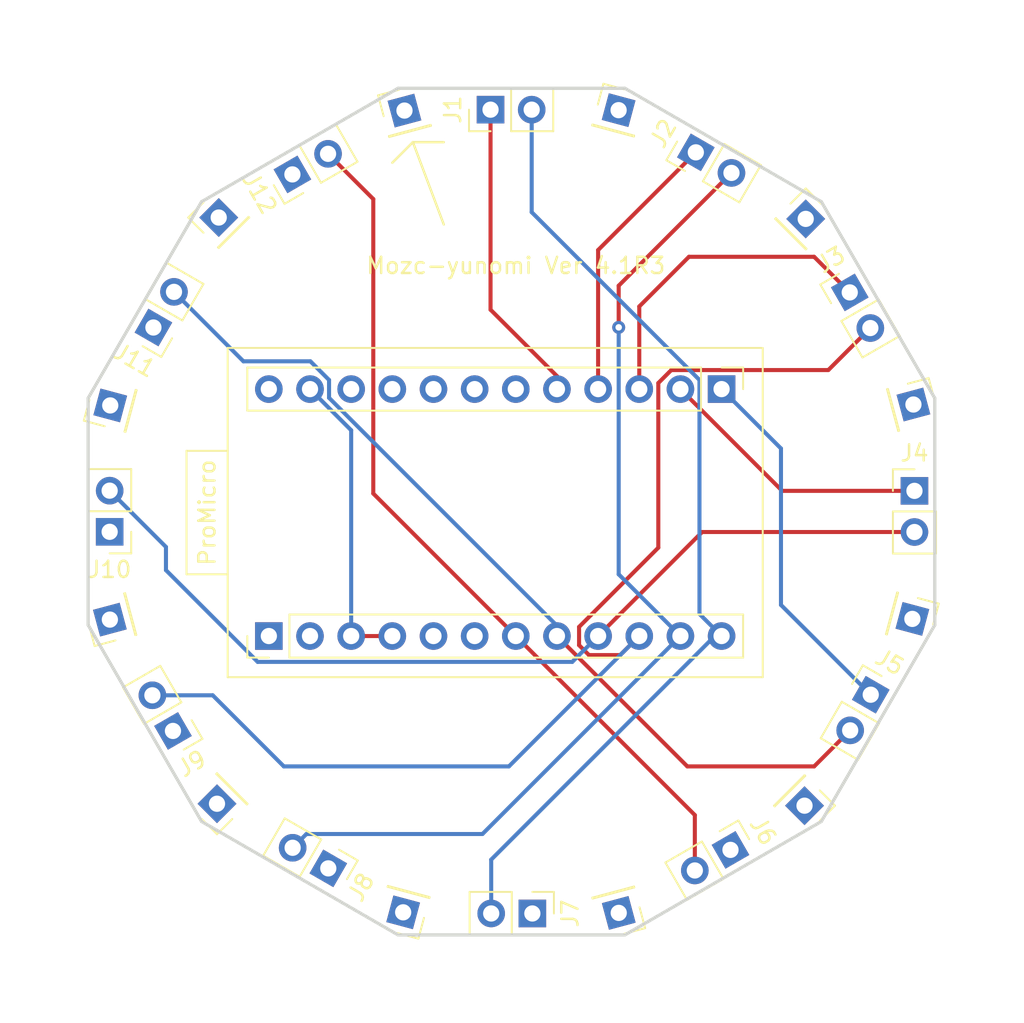
<source format=kicad_pcb>
(kicad_pcb (version 20171130) (host pcbnew 5.1.12)

  (general
    (thickness 1.6)
    (drawings 24)
    (tracks 66)
    (zones 0)
    (modules 30)
    (nets 13)
  )

  (page A4)
  (layers
    (0 F.Cu signal)
    (31 B.Cu signal)
    (32 B.Adhes user)
    (33 F.Adhes user)
    (34 B.Paste user)
    (35 F.Paste user)
    (36 B.SilkS user)
    (37 F.SilkS user)
    (38 B.Mask user)
    (39 F.Mask user)
    (40 Dwgs.User user)
    (41 Cmts.User user)
    (42 Eco1.User user)
    (43 Eco2.User user)
    (44 Edge.Cuts user)
    (45 Margin user)
    (46 B.CrtYd user)
    (47 F.CrtYd user)
    (48 B.Fab user)
    (49 F.Fab user)
  )

  (setup
    (last_trace_width 0.25)
    (trace_clearance 0.2)
    (zone_clearance 0.508)
    (zone_45_only no)
    (trace_min 0.2)
    (via_size 0.8)
    (via_drill 0.4)
    (via_min_size 0.4)
    (via_min_drill 0.3)
    (uvia_size 0.3)
    (uvia_drill 0.1)
    (uvias_allowed no)
    (uvia_min_size 0.2)
    (uvia_min_drill 0.1)
    (edge_width 0.05)
    (segment_width 0.2)
    (pcb_text_width 0.3)
    (pcb_text_size 1.5 1.5)
    (mod_edge_width 0.12)
    (mod_text_size 1 1)
    (mod_text_width 0.15)
    (pad_size 2.2 2.2)
    (pad_drill 2.2)
    (pad_to_mask_clearance 0.051)
    (solder_mask_min_width 0.25)
    (aux_axis_origin 102.87 140.335)
    (grid_origin 155.93 89.8)
    (visible_elements FFFFEF7F)
    (pcbplotparams
      (layerselection 0x010fc_ffffffff)
      (usegerberextensions false)
      (usegerberattributes false)
      (usegerberadvancedattributes false)
      (creategerberjobfile true)
      (excludeedgelayer true)
      (linewidth 0.100000)
      (plotframeref false)
      (viasonmask false)
      (mode 1)
      (useauxorigin true)
      (hpglpennumber 1)
      (hpglpenspeed 20)
      (hpglpendiameter 15.000000)
      (psnegative false)
      (psa4output false)
      (plotreference true)
      (plotvalue true)
      (plotinvisibletext false)
      (padsonsilk false)
      (subtractmaskfromsilk false)
      (outputformat 1)
      (mirror false)
      (drillshape 0)
      (scaleselection 1)
      (outputdirectory "gbr/"))
  )

  (net 0 "")
  (net 1 GND)
  (net 2 ROW0)
  (net 3 COL0)
  (net 4 COL1)
  (net 5 ROW1)
  (net 6 COL2)
  (net 7 COL3)
  (net 8 ROW4)
  (net 9 COL4)
  (net 10 COL5)
  (net 11 ROW2)
  (net 12 ROW3)

  (net_class Default "これはデフォルトのネット クラスです。"
    (clearance 0.2)
    (trace_width 0.25)
    (via_dia 0.8)
    (via_drill 0.4)
    (uvia_dia 0.3)
    (uvia_drill 0.1)
    (add_net COL0)
    (add_net COL1)
    (add_net COL2)
    (add_net COL3)
    (add_net COL4)
    (add_net COL5)
    (add_net GND)
    (add_net ROW0)
    (add_net ROW1)
    (add_net ROW2)
    (add_net ROW3)
    (add_net ROW4)
  )

  (module Connector_PinHeader_2.54mm:PinHeader_1x02_P2.54mm_Vertical (layer F.Cu) (tedit 59FED5CC) (tstamp 5DCB0BDB)
    (at 141.67104 72.5551 90)
    (descr "Through hole straight pin header, 1x02, 2.54mm pitch, single row")
    (tags "Through hole pin header THT 1x02 2.54mm single row")
    (path /5DCD72B6)
    (fp_text reference J1 (at 0 -2.33 90) (layer F.SilkS)
      (effects (font (size 1 1) (thickness 0.15)))
    )
    (fp_text value Conn_01x02_Male (at 0 4.87 90) (layer F.Fab)
      (effects (font (size 1 1) (thickness 0.15)))
    )
    (fp_line (start 1.8 -1.8) (end -1.8 -1.8) (layer F.CrtYd) (width 0.05))
    (fp_line (start 1.8 4.35) (end 1.8 -1.8) (layer F.CrtYd) (width 0.05))
    (fp_line (start -1.8 4.35) (end 1.8 4.35) (layer F.CrtYd) (width 0.05))
    (fp_line (start -1.8 -1.8) (end -1.8 4.35) (layer F.CrtYd) (width 0.05))
    (fp_line (start -1.33 -1.33) (end 0 -1.33) (layer F.SilkS) (width 0.12))
    (fp_line (start -1.33 0) (end -1.33 -1.33) (layer F.SilkS) (width 0.12))
    (fp_line (start -1.33 1.27) (end 1.33 1.27) (layer F.SilkS) (width 0.12))
    (fp_line (start 1.33 1.27) (end 1.33 3.87) (layer F.SilkS) (width 0.12))
    (fp_line (start -1.33 1.27) (end -1.33 3.87) (layer F.SilkS) (width 0.12))
    (fp_line (start -1.33 3.87) (end 1.33 3.87) (layer F.SilkS) (width 0.12))
    (fp_line (start -1.27 -0.635) (end -0.635 -1.27) (layer F.Fab) (width 0.1))
    (fp_line (start -1.27 3.81) (end -1.27 -0.635) (layer F.Fab) (width 0.1))
    (fp_line (start 1.27 3.81) (end -1.27 3.81) (layer F.Fab) (width 0.1))
    (fp_line (start 1.27 -1.27) (end 1.27 3.81) (layer F.Fab) (width 0.1))
    (fp_line (start -0.635 -1.27) (end 1.27 -1.27) (layer F.Fab) (width 0.1))
    (fp_text user %R (at 0 1.27) (layer F.Fab)
      (effects (font (size 1 1) (thickness 0.15)))
    )
    (pad 2 thru_hole oval (at 0 2.54 90) (size 1.7 1.7) (drill 1) (layers *.Cu *.Mask)
      (net 3 COL0))
    (pad 1 thru_hole rect (at 0 0 90) (size 1.7 1.7) (drill 1) (layers *.Cu *.Mask)
      (net 2 ROW0))
    (model ${KISYS3DMOD}/Connector_PinHeader_2.54mm.3dshapes/PinHeader_1x02_P2.54mm_Vertical.wrl
      (at (xyz 0 0 0))
      (scale (xyz 1 1 1))
      (rotate (xyz 0 0 0))
    )
  )

  (module Connector_PinHeader_2.54mm:PinHeader_1x02_P2.54mm_Vertical (layer F.Cu) (tedit 59FED5CC) (tstamp 5DCB0BF1)
    (at 154.34056 75.18908 60)
    (descr "Through hole straight pin header, 1x02, 2.54mm pitch, single row")
    (tags "Through hole pin header THT 1x02 2.54mm single row")
    (path /5DCD8CDD)
    (fp_text reference J2 (at 0 -2.33 60) (layer F.SilkS)
      (effects (font (size 1 1) (thickness 0.15)))
    )
    (fp_text value Conn_01x02_Male (at 0 4.87 60) (layer F.Fab)
      (effects (font (size 1 1) (thickness 0.15)))
    )
    (fp_line (start -0.635 -1.27) (end 1.27 -1.27) (layer F.Fab) (width 0.1))
    (fp_line (start 1.27 -1.27) (end 1.27 3.81) (layer F.Fab) (width 0.1))
    (fp_line (start 1.27 3.81) (end -1.27 3.81) (layer F.Fab) (width 0.1))
    (fp_line (start -1.27 3.81) (end -1.27 -0.635) (layer F.Fab) (width 0.1))
    (fp_line (start -1.27 -0.635) (end -0.635 -1.27) (layer F.Fab) (width 0.1))
    (fp_line (start -1.33 3.87) (end 1.33 3.87) (layer F.SilkS) (width 0.12))
    (fp_line (start -1.33 1.27) (end -1.33 3.87) (layer F.SilkS) (width 0.12))
    (fp_line (start 1.33 1.27) (end 1.33 3.87) (layer F.SilkS) (width 0.12))
    (fp_line (start -1.33 1.27) (end 1.33 1.27) (layer F.SilkS) (width 0.12))
    (fp_line (start -1.33 0) (end -1.33 -1.33) (layer F.SilkS) (width 0.12))
    (fp_line (start -1.33 -1.33) (end 0 -1.33) (layer F.SilkS) (width 0.12))
    (fp_line (start -1.8 -1.8) (end -1.8 4.35) (layer F.CrtYd) (width 0.05))
    (fp_line (start -1.8 4.35) (end 1.8 4.35) (layer F.CrtYd) (width 0.05))
    (fp_line (start 1.8 4.35) (end 1.8 -1.8) (layer F.CrtYd) (width 0.05))
    (fp_line (start 1.8 -1.8) (end -1.8 -1.8) (layer F.CrtYd) (width 0.05))
    (fp_text user %R (at 0 1.27 150) (layer F.Fab)
      (effects (font (size 1 1) (thickness 0.15)))
    )
    (pad 1 thru_hole rect (at 0 0 60) (size 1.7 1.7) (drill 1) (layers *.Cu *.Mask)
      (net 5 ROW1))
    (pad 2 thru_hole oval (at 0 2.54 60) (size 1.7 1.7) (drill 1) (layers *.Cu *.Mask)
      (net 4 COL1))
    (model ${KISYS3DMOD}/Connector_PinHeader_2.54mm.3dshapes/PinHeader_1x02_P2.54mm_Vertical.wrl
      (at (xyz 0 0 0))
      (scale (xyz 1 1 1))
      (rotate (xyz 0 0 0))
    )
  )

  (module Connector_PinHeader_2.54mm:PinHeader_1x02_P2.54mm_Vertical (layer F.Cu) (tedit 59FED5CC) (tstamp 5DCB0C07)
    (at 163.84016 83.8327 30)
    (descr "Through hole straight pin header, 1x02, 2.54mm pitch, single row")
    (tags "Through hole pin header THT 1x02 2.54mm single row")
    (path /5DCD9116)
    (fp_text reference J3 (at 0 -2.33 30) (layer F.SilkS)
      (effects (font (size 1 1) (thickness 0.15)))
    )
    (fp_text value Conn_01x02_Male (at 0 4.87 30) (layer F.Fab)
      (effects (font (size 1 1) (thickness 0.15)))
    )
    (fp_line (start 1.8 -1.8) (end -1.8 -1.8) (layer F.CrtYd) (width 0.05))
    (fp_line (start 1.8 4.35) (end 1.8 -1.8) (layer F.CrtYd) (width 0.05))
    (fp_line (start -1.8 4.35) (end 1.8 4.35) (layer F.CrtYd) (width 0.05))
    (fp_line (start -1.8 -1.8) (end -1.8 4.35) (layer F.CrtYd) (width 0.05))
    (fp_line (start -1.33 -1.33) (end 0 -1.33) (layer F.SilkS) (width 0.12))
    (fp_line (start -1.33 0) (end -1.33 -1.33) (layer F.SilkS) (width 0.12))
    (fp_line (start -1.33 1.27) (end 1.33 1.27) (layer F.SilkS) (width 0.12))
    (fp_line (start 1.33 1.27) (end 1.33 3.87) (layer F.SilkS) (width 0.12))
    (fp_line (start -1.33 1.27) (end -1.33 3.87) (layer F.SilkS) (width 0.12))
    (fp_line (start -1.33 3.87) (end 1.33 3.87) (layer F.SilkS) (width 0.12))
    (fp_line (start -1.27 -0.635) (end -0.635 -1.27) (layer F.Fab) (width 0.1))
    (fp_line (start -1.27 3.81) (end -1.27 -0.635) (layer F.Fab) (width 0.1))
    (fp_line (start 1.27 3.81) (end -1.27 3.81) (layer F.Fab) (width 0.1))
    (fp_line (start 1.27 -1.27) (end 1.27 3.81) (layer F.Fab) (width 0.1))
    (fp_line (start -0.635 -1.27) (end 1.27 -1.27) (layer F.Fab) (width 0.1))
    (fp_text user %R (at 0 1.27 120) (layer F.Fab)
      (effects (font (size 1 1) (thickness 0.15)))
    )
    (pad 2 thru_hole oval (at 0 2.54 30) (size 1.7 1.7) (drill 1) (layers *.Cu *.Mask)
      (net 6 COL2))
    (pad 1 thru_hole rect (at 0 0 30) (size 1.7 1.7) (drill 1) (layers *.Cu *.Mask)
      (net 11 ROW2))
    (model ${KISYS3DMOD}/Connector_PinHeader_2.54mm.3dshapes/PinHeader_1x02_P2.54mm_Vertical.wrl
      (at (xyz 0 0 0))
      (scale (xyz 1 1 1))
      (rotate (xyz 0 0 0))
    )
  )

  (module Connector_PinHeader_2.54mm:PinHeader_1x02_P2.54mm_Vertical (layer F.Cu) (tedit 59FED5CC) (tstamp 5DCB0C1D)
    (at 167.83304 96.08058)
    (descr "Through hole straight pin header, 1x02, 2.54mm pitch, single row")
    (tags "Through hole pin header THT 1x02 2.54mm single row")
    (path /5DCD9433)
    (fp_text reference J4 (at 0 -2.33) (layer F.SilkS)
      (effects (font (size 1 1) (thickness 0.15)))
    )
    (fp_text value Conn_01x02_Male (at 0 4.87) (layer F.Fab)
      (effects (font (size 1 1) (thickness 0.15)))
    )
    (fp_line (start -0.635 -1.27) (end 1.27 -1.27) (layer F.Fab) (width 0.1))
    (fp_line (start 1.27 -1.27) (end 1.27 3.81) (layer F.Fab) (width 0.1))
    (fp_line (start 1.27 3.81) (end -1.27 3.81) (layer F.Fab) (width 0.1))
    (fp_line (start -1.27 3.81) (end -1.27 -0.635) (layer F.Fab) (width 0.1))
    (fp_line (start -1.27 -0.635) (end -0.635 -1.27) (layer F.Fab) (width 0.1))
    (fp_line (start -1.33 3.87) (end 1.33 3.87) (layer F.SilkS) (width 0.12))
    (fp_line (start -1.33 1.27) (end -1.33 3.87) (layer F.SilkS) (width 0.12))
    (fp_line (start 1.33 1.27) (end 1.33 3.87) (layer F.SilkS) (width 0.12))
    (fp_line (start -1.33 1.27) (end 1.33 1.27) (layer F.SilkS) (width 0.12))
    (fp_line (start -1.33 0) (end -1.33 -1.33) (layer F.SilkS) (width 0.12))
    (fp_line (start -1.33 -1.33) (end 0 -1.33) (layer F.SilkS) (width 0.12))
    (fp_line (start -1.8 -1.8) (end -1.8 4.35) (layer F.CrtYd) (width 0.05))
    (fp_line (start -1.8 4.35) (end 1.8 4.35) (layer F.CrtYd) (width 0.05))
    (fp_line (start 1.8 4.35) (end 1.8 -1.8) (layer F.CrtYd) (width 0.05))
    (fp_line (start 1.8 -1.8) (end -1.8 -1.8) (layer F.CrtYd) (width 0.05))
    (fp_text user %R (at 0 1.27 90) (layer F.Fab)
      (effects (font (size 1 1) (thickness 0.15)))
    )
    (pad 1 thru_hole rect (at 0 0) (size 1.7 1.7) (drill 1) (layers *.Cu *.Mask)
      (net 12 ROW3))
    (pad 2 thru_hole oval (at 0 2.54) (size 1.7 1.7) (drill 1) (layers *.Cu *.Mask)
      (net 7 COL3))
    (model ${KISYS3DMOD}/Connector_PinHeader_2.54mm.3dshapes/PinHeader_1x02_P2.54mm_Vertical.wrl
      (at (xyz 0 0 0))
      (scale (xyz 1 1 1))
      (rotate (xyz 0 0 0))
    )
  )

  (module Connector_PinHeader_2.54mm:PinHeader_1x02_P2.54mm_Vertical (layer F.Cu) (tedit 59FED5CC) (tstamp 5DCB0C33)
    (at 165.13556 108.6612 330)
    (descr "Through hole straight pin header, 1x02, 2.54mm pitch, single row")
    (tags "Through hole pin header THT 1x02 2.54mm single row")
    (path /5DCD9738)
    (fp_text reference J5 (at 0 -2.33 150) (layer F.SilkS)
      (effects (font (size 1 1) (thickness 0.15)))
    )
    (fp_text value Conn_01x02_Male (at 0 4.87 150) (layer F.Fab)
      (effects (font (size 1 1) (thickness 0.15)))
    )
    (fp_line (start 1.8 -1.8) (end -1.8 -1.8) (layer F.CrtYd) (width 0.05))
    (fp_line (start 1.8 4.35) (end 1.8 -1.8) (layer F.CrtYd) (width 0.05))
    (fp_line (start -1.8 4.35) (end 1.8 4.35) (layer F.CrtYd) (width 0.05))
    (fp_line (start -1.8 -1.8) (end -1.8 4.35) (layer F.CrtYd) (width 0.05))
    (fp_line (start -1.33 -1.33) (end 0 -1.33) (layer F.SilkS) (width 0.12))
    (fp_line (start -1.33 0) (end -1.33 -1.33) (layer F.SilkS) (width 0.12))
    (fp_line (start -1.33 1.27) (end 1.33 1.27) (layer F.SilkS) (width 0.12))
    (fp_line (start 1.33 1.27) (end 1.33 3.87) (layer F.SilkS) (width 0.12))
    (fp_line (start -1.33 1.27) (end -1.33 3.87) (layer F.SilkS) (width 0.12))
    (fp_line (start -1.33 3.87) (end 1.33 3.87) (layer F.SilkS) (width 0.12))
    (fp_line (start -1.27 -0.635) (end -0.635 -1.27) (layer F.Fab) (width 0.1))
    (fp_line (start -1.27 3.81) (end -1.27 -0.635) (layer F.Fab) (width 0.1))
    (fp_line (start 1.27 3.81) (end -1.27 3.81) (layer F.Fab) (width 0.1))
    (fp_line (start 1.27 -1.27) (end 1.27 3.81) (layer F.Fab) (width 0.1))
    (fp_line (start -0.635 -1.27) (end 1.27 -1.27) (layer F.Fab) (width 0.1))
    (fp_text user %R (at 0 1.27 60) (layer F.Fab)
      (effects (font (size 1 1) (thickness 0.15)))
    )
    (pad 2 thru_hole oval (at 0 2.54 330) (size 1.7 1.7) (drill 1) (layers *.Cu *.Mask)
      (net 9 COL4))
    (pad 1 thru_hole rect (at 0 0 330) (size 1.7 1.7) (drill 1) (layers *.Cu *.Mask)
      (net 8 ROW4))
    (model ${KISYS3DMOD}/Connector_PinHeader_2.54mm.3dshapes/PinHeader_1x02_P2.54mm_Vertical.wrl
      (at (xyz 0 0 0))
      (scale (xyz 1 1 1))
      (rotate (xyz 0 0 0))
    )
  )

  (module Connector_PinHeader_2.54mm:PinHeader_1x02_P2.54mm_Vertical (layer F.Cu) (tedit 59FED5CC) (tstamp 5DCB0C49)
    (at 156.47924 118.237 300)
    (descr "Through hole straight pin header, 1x02, 2.54mm pitch, single row")
    (tags "Through hole pin header THT 1x02 2.54mm single row")
    (path /5DCDA07A)
    (fp_text reference J6 (at 0 -2.33 120) (layer F.SilkS)
      (effects (font (size 1 1) (thickness 0.15)))
    )
    (fp_text value Conn_01x02_Male (at 0 4.87 120) (layer F.Fab)
      (effects (font (size 1 1) (thickness 0.15)))
    )
    (fp_line (start -0.635 -1.27) (end 1.27 -1.27) (layer F.Fab) (width 0.1))
    (fp_line (start 1.27 -1.27) (end 1.27 3.81) (layer F.Fab) (width 0.1))
    (fp_line (start 1.27 3.81) (end -1.27 3.81) (layer F.Fab) (width 0.1))
    (fp_line (start -1.27 3.81) (end -1.27 -0.635) (layer F.Fab) (width 0.1))
    (fp_line (start -1.27 -0.635) (end -0.635 -1.27) (layer F.Fab) (width 0.1))
    (fp_line (start -1.33 3.87) (end 1.33 3.87) (layer F.SilkS) (width 0.12))
    (fp_line (start -1.33 1.27) (end -1.33 3.87) (layer F.SilkS) (width 0.12))
    (fp_line (start 1.33 1.27) (end 1.33 3.87) (layer F.SilkS) (width 0.12))
    (fp_line (start -1.33 1.27) (end 1.33 1.27) (layer F.SilkS) (width 0.12))
    (fp_line (start -1.33 0) (end -1.33 -1.33) (layer F.SilkS) (width 0.12))
    (fp_line (start -1.33 -1.33) (end 0 -1.33) (layer F.SilkS) (width 0.12))
    (fp_line (start -1.8 -1.8) (end -1.8 4.35) (layer F.CrtYd) (width 0.05))
    (fp_line (start -1.8 4.35) (end 1.8 4.35) (layer F.CrtYd) (width 0.05))
    (fp_line (start 1.8 4.35) (end 1.8 -1.8) (layer F.CrtYd) (width 0.05))
    (fp_line (start 1.8 -1.8) (end -1.8 -1.8) (layer F.CrtYd) (width 0.05))
    (fp_text user %R (at 0 1.27 30) (layer F.Fab)
      (effects (font (size 1 1) (thickness 0.15)))
    )
    (pad 1 thru_hole rect (at 0 0 300) (size 1.7 1.7) (drill 1) (layers *.Cu *.Mask))
    (pad 2 thru_hole oval (at 0 2.54 300) (size 1.7 1.7) (drill 1) (layers *.Cu *.Mask)
      (net 10 COL5))
    (model ${KISYS3DMOD}/Connector_PinHeader_2.54mm.3dshapes/PinHeader_1x02_P2.54mm_Vertical.wrl
      (at (xyz 0 0 0))
      (scale (xyz 1 1 1))
      (rotate (xyz 0 0 0))
    )
  )

  (module Connector_PinHeader_2.54mm:PinHeader_1x02_P2.54mm_Vertical (layer F.Cu) (tedit 59FED5CC) (tstamp 5DCB0C5F)
    (at 144.25168 122.1613 270)
    (descr "Through hole straight pin header, 1x02, 2.54mm pitch, single row")
    (tags "Through hole pin header THT 1x02 2.54mm single row")
    (path /5DCDA4A0)
    (fp_text reference J7 (at 0 -2.33 90) (layer F.SilkS)
      (effects (font (size 1 1) (thickness 0.15)))
    )
    (fp_text value Conn_01x02_Male (at 0 4.87 90) (layer F.Fab)
      (effects (font (size 1 1) (thickness 0.15)))
    )
    (fp_line (start 1.8 -1.8) (end -1.8 -1.8) (layer F.CrtYd) (width 0.05))
    (fp_line (start 1.8 4.35) (end 1.8 -1.8) (layer F.CrtYd) (width 0.05))
    (fp_line (start -1.8 4.35) (end 1.8 4.35) (layer F.CrtYd) (width 0.05))
    (fp_line (start -1.8 -1.8) (end -1.8 4.35) (layer F.CrtYd) (width 0.05))
    (fp_line (start -1.33 -1.33) (end 0 -1.33) (layer F.SilkS) (width 0.12))
    (fp_line (start -1.33 0) (end -1.33 -1.33) (layer F.SilkS) (width 0.12))
    (fp_line (start -1.33 1.27) (end 1.33 1.27) (layer F.SilkS) (width 0.12))
    (fp_line (start 1.33 1.27) (end 1.33 3.87) (layer F.SilkS) (width 0.12))
    (fp_line (start -1.33 1.27) (end -1.33 3.87) (layer F.SilkS) (width 0.12))
    (fp_line (start -1.33 3.87) (end 1.33 3.87) (layer F.SilkS) (width 0.12))
    (fp_line (start -1.27 -0.635) (end -0.635 -1.27) (layer F.Fab) (width 0.1))
    (fp_line (start -1.27 3.81) (end -1.27 -0.635) (layer F.Fab) (width 0.1))
    (fp_line (start 1.27 3.81) (end -1.27 3.81) (layer F.Fab) (width 0.1))
    (fp_line (start 1.27 -1.27) (end 1.27 3.81) (layer F.Fab) (width 0.1))
    (fp_line (start -0.635 -1.27) (end 1.27 -1.27) (layer F.Fab) (width 0.1))
    (fp_text user %R (at 0 1.27) (layer F.Fab)
      (effects (font (size 1 1) (thickness 0.15)))
    )
    (pad 2 thru_hole oval (at 0 2.54 270) (size 1.7 1.7) (drill 1) (layers *.Cu *.Mask)
      (net 3 COL0))
    (pad 1 thru_hole rect (at 0 0 270) (size 1.7 1.7) (drill 1) (layers *.Cu *.Mask))
    (model ${KISYS3DMOD}/Connector_PinHeader_2.54mm.3dshapes/PinHeader_1x02_P2.54mm_Vertical.wrl
      (at (xyz 0 0 0))
      (scale (xyz 1 1 1))
      (rotate (xyz 0 0 0))
    )
  )

  (module Connector_PinHeader_2.54mm:PinHeader_1x02_P2.54mm_Vertical (layer F.Cu) (tedit 59FED5CC) (tstamp 5DCB0C75)
    (at 131.65836 119.37746 240)
    (descr "Through hole straight pin header, 1x02, 2.54mm pitch, single row")
    (tags "Through hole pin header THT 1x02 2.54mm single row")
    (path /5DCDA871)
    (fp_text reference J8 (at 0 -2.33 60) (layer F.SilkS)
      (effects (font (size 1 1) (thickness 0.15)))
    )
    (fp_text value Conn_01x02_Male (at 0 4.87 60) (layer F.Fab)
      (effects (font (size 1 1) (thickness 0.15)))
    )
    (fp_line (start -0.635 -1.27) (end 1.27 -1.27) (layer F.Fab) (width 0.1))
    (fp_line (start 1.27 -1.27) (end 1.27 3.81) (layer F.Fab) (width 0.1))
    (fp_line (start 1.27 3.81) (end -1.27 3.81) (layer F.Fab) (width 0.1))
    (fp_line (start -1.27 3.81) (end -1.27 -0.635) (layer F.Fab) (width 0.1))
    (fp_line (start -1.27 -0.635) (end -0.635 -1.27) (layer F.Fab) (width 0.1))
    (fp_line (start -1.33 3.87) (end 1.33 3.87) (layer F.SilkS) (width 0.12))
    (fp_line (start -1.33 1.27) (end -1.33 3.87) (layer F.SilkS) (width 0.12))
    (fp_line (start 1.33 1.27) (end 1.33 3.87) (layer F.SilkS) (width 0.12))
    (fp_line (start -1.33 1.27) (end 1.33 1.27) (layer F.SilkS) (width 0.12))
    (fp_line (start -1.33 0) (end -1.33 -1.33) (layer F.SilkS) (width 0.12))
    (fp_line (start -1.33 -1.33) (end 0 -1.33) (layer F.SilkS) (width 0.12))
    (fp_line (start -1.8 -1.8) (end -1.8 4.35) (layer F.CrtYd) (width 0.05))
    (fp_line (start -1.8 4.35) (end 1.8 4.35) (layer F.CrtYd) (width 0.05))
    (fp_line (start 1.8 4.35) (end 1.8 -1.8) (layer F.CrtYd) (width 0.05))
    (fp_line (start 1.8 -1.8) (end -1.8 -1.8) (layer F.CrtYd) (width 0.05))
    (fp_text user %R (at 0 1.27 150) (layer F.Fab)
      (effects (font (size 1 1) (thickness 0.15)))
    )
    (pad 1 thru_hole rect (at 0 0 240) (size 1.7 1.7) (drill 1) (layers *.Cu *.Mask))
    (pad 2 thru_hole oval (at 0 2.54 240) (size 1.7 1.7) (drill 1) (layers *.Cu *.Mask)
      (net 4 COL1))
    (model ${KISYS3DMOD}/Connector_PinHeader_2.54mm.3dshapes/PinHeader_1x02_P2.54mm_Vertical.wrl
      (at (xyz 0 0 0))
      (scale (xyz 1 1 1))
      (rotate (xyz 0 0 0))
    )
  )

  (module Connector_PinHeader_2.54mm:PinHeader_1x02_P2.54mm_Vertical (layer F.Cu) (tedit 59FED5CC) (tstamp 5DCB0C8B)
    (at 122.0724 110.8964 210)
    (descr "Through hole straight pin header, 1x02, 2.54mm pitch, single row")
    (tags "Through hole pin header THT 1x02 2.54mm single row")
    (path /5DCDAC54)
    (fp_text reference J9 (at 0 -2.33 30) (layer F.SilkS)
      (effects (font (size 1 1) (thickness 0.15)))
    )
    (fp_text value Conn_01x02_Male (at 0 4.87 30) (layer F.Fab)
      (effects (font (size 1 1) (thickness 0.15)))
    )
    (fp_line (start 1.8 -1.8) (end -1.8 -1.8) (layer F.CrtYd) (width 0.05))
    (fp_line (start 1.8 4.35) (end 1.8 -1.8) (layer F.CrtYd) (width 0.05))
    (fp_line (start -1.8 4.35) (end 1.8 4.35) (layer F.CrtYd) (width 0.05))
    (fp_line (start -1.8 -1.8) (end -1.8 4.35) (layer F.CrtYd) (width 0.05))
    (fp_line (start -1.33 -1.33) (end 0 -1.33) (layer F.SilkS) (width 0.12))
    (fp_line (start -1.33 0) (end -1.33 -1.33) (layer F.SilkS) (width 0.12))
    (fp_line (start -1.33 1.27) (end 1.33 1.27) (layer F.SilkS) (width 0.12))
    (fp_line (start 1.33 1.27) (end 1.33 3.87) (layer F.SilkS) (width 0.12))
    (fp_line (start -1.33 1.27) (end -1.33 3.87) (layer F.SilkS) (width 0.12))
    (fp_line (start -1.33 3.87) (end 1.33 3.87) (layer F.SilkS) (width 0.12))
    (fp_line (start -1.27 -0.635) (end -0.635 -1.27) (layer F.Fab) (width 0.1))
    (fp_line (start -1.27 3.81) (end -1.27 -0.635) (layer F.Fab) (width 0.1))
    (fp_line (start 1.27 3.81) (end -1.27 3.81) (layer F.Fab) (width 0.1))
    (fp_line (start 1.27 -1.27) (end 1.27 3.81) (layer F.Fab) (width 0.1))
    (fp_line (start -0.635 -1.27) (end 1.27 -1.27) (layer F.Fab) (width 0.1))
    (fp_text user %R (at 0 1.27 120) (layer F.Fab)
      (effects (font (size 1 1) (thickness 0.15)))
    )
    (pad 2 thru_hole oval (at 0 2.54 210) (size 1.7 1.7) (drill 1) (layers *.Cu *.Mask)
      (net 6 COL2))
    (pad 1 thru_hole rect (at 0 0 210) (size 1.7 1.7) (drill 1) (layers *.Cu *.Mask))
    (model ${KISYS3DMOD}/Connector_PinHeader_2.54mm.3dshapes/PinHeader_1x02_P2.54mm_Vertical.wrl
      (at (xyz 0 0 0))
      (scale (xyz 1 1 1))
      (rotate (xyz 0 0 0))
    )
  )

  (module Connector_PinHeader_2.54mm:PinHeader_1x02_P2.54mm_Vertical (layer F.Cu) (tedit 59FED5CC) (tstamp 5DCB0CA1)
    (at 118.16588 98.60788 180)
    (descr "Through hole straight pin header, 1x02, 2.54mm pitch, single row")
    (tags "Through hole pin header THT 1x02 2.54mm single row")
    (path /5DCDB049)
    (fp_text reference J10 (at 0 -2.33) (layer F.SilkS)
      (effects (font (size 1 1) (thickness 0.15)))
    )
    (fp_text value Conn_01x02_Male (at 0 4.87) (layer F.Fab)
      (effects (font (size 1 1) (thickness 0.15)))
    )
    (fp_line (start -0.635 -1.27) (end 1.27 -1.27) (layer F.Fab) (width 0.1))
    (fp_line (start 1.27 -1.27) (end 1.27 3.81) (layer F.Fab) (width 0.1))
    (fp_line (start 1.27 3.81) (end -1.27 3.81) (layer F.Fab) (width 0.1))
    (fp_line (start -1.27 3.81) (end -1.27 -0.635) (layer F.Fab) (width 0.1))
    (fp_line (start -1.27 -0.635) (end -0.635 -1.27) (layer F.Fab) (width 0.1))
    (fp_line (start -1.33 3.87) (end 1.33 3.87) (layer F.SilkS) (width 0.12))
    (fp_line (start -1.33 1.27) (end -1.33 3.87) (layer F.SilkS) (width 0.12))
    (fp_line (start 1.33 1.27) (end 1.33 3.87) (layer F.SilkS) (width 0.12))
    (fp_line (start -1.33 1.27) (end 1.33 1.27) (layer F.SilkS) (width 0.12))
    (fp_line (start -1.33 0) (end -1.33 -1.33) (layer F.SilkS) (width 0.12))
    (fp_line (start -1.33 -1.33) (end 0 -1.33) (layer F.SilkS) (width 0.12))
    (fp_line (start -1.8 -1.8) (end -1.8 4.35) (layer F.CrtYd) (width 0.05))
    (fp_line (start -1.8 4.35) (end 1.8 4.35) (layer F.CrtYd) (width 0.05))
    (fp_line (start 1.8 4.35) (end 1.8 -1.8) (layer F.CrtYd) (width 0.05))
    (fp_line (start 1.8 -1.8) (end -1.8 -1.8) (layer F.CrtYd) (width 0.05))
    (fp_text user %R (at 0 1.27 90) (layer F.Fab)
      (effects (font (size 1 1) (thickness 0.15)))
    )
    (pad 1 thru_hole rect (at 0 0 180) (size 1.7 1.7) (drill 1) (layers *.Cu *.Mask))
    (pad 2 thru_hole oval (at 0 2.54 180) (size 1.7 1.7) (drill 1) (layers *.Cu *.Mask)
      (net 7 COL3))
    (model ${KISYS3DMOD}/Connector_PinHeader_2.54mm.3dshapes/PinHeader_1x02_P2.54mm_Vertical.wrl
      (at (xyz 0 0 0))
      (scale (xyz 1 1 1))
      (rotate (xyz 0 0 0))
    )
  )

  (module Connector_PinHeader_2.54mm:PinHeader_1x02_P2.54mm_Vertical (layer F.Cu) (tedit 59FED5CC) (tstamp 5DCB0CB7)
    (at 120.8659 85.99932 150)
    (descr "Through hole straight pin header, 1x02, 2.54mm pitch, single row")
    (tags "Through hole pin header THT 1x02 2.54mm single row")
    (path /5DCDB4D0)
    (fp_text reference J11 (at 0 -2.33 150) (layer F.SilkS)
      (effects (font (size 1 1) (thickness 0.15)))
    )
    (fp_text value Conn_01x02_Male (at 0 4.87 150) (layer F.Fab)
      (effects (font (size 1 1) (thickness 0.15)))
    )
    (fp_line (start 1.8 -1.8) (end -1.8 -1.8) (layer F.CrtYd) (width 0.05))
    (fp_line (start 1.8 4.35) (end 1.8 -1.8) (layer F.CrtYd) (width 0.05))
    (fp_line (start -1.8 4.35) (end 1.8 4.35) (layer F.CrtYd) (width 0.05))
    (fp_line (start -1.8 -1.8) (end -1.8 4.35) (layer F.CrtYd) (width 0.05))
    (fp_line (start -1.33 -1.33) (end 0 -1.33) (layer F.SilkS) (width 0.12))
    (fp_line (start -1.33 0) (end -1.33 -1.33) (layer F.SilkS) (width 0.12))
    (fp_line (start -1.33 1.27) (end 1.33 1.27) (layer F.SilkS) (width 0.12))
    (fp_line (start 1.33 1.27) (end 1.33 3.87) (layer F.SilkS) (width 0.12))
    (fp_line (start -1.33 1.27) (end -1.33 3.87) (layer F.SilkS) (width 0.12))
    (fp_line (start -1.33 3.87) (end 1.33 3.87) (layer F.SilkS) (width 0.12))
    (fp_line (start -1.27 -0.635) (end -0.635 -1.27) (layer F.Fab) (width 0.1))
    (fp_line (start -1.27 3.81) (end -1.27 -0.635) (layer F.Fab) (width 0.1))
    (fp_line (start 1.27 3.81) (end -1.27 3.81) (layer F.Fab) (width 0.1))
    (fp_line (start 1.27 -1.27) (end 1.27 3.81) (layer F.Fab) (width 0.1))
    (fp_line (start -0.635 -1.27) (end 1.27 -1.27) (layer F.Fab) (width 0.1))
    (fp_text user %R (at 0 1.27 60) (layer F.Fab)
      (effects (font (size 1 1) (thickness 0.15)))
    )
    (pad 2 thru_hole oval (at 0 2.54 150) (size 1.7 1.7) (drill 1) (layers *.Cu *.Mask)
      (net 9 COL4))
    (pad 1 thru_hole rect (at 0 0 150) (size 1.7 1.7) (drill 1) (layers *.Cu *.Mask))
    (model ${KISYS3DMOD}/Connector_PinHeader_2.54mm.3dshapes/PinHeader_1x02_P2.54mm_Vertical.wrl
      (at (xyz 0 0 0))
      (scale (xyz 1 1 1))
      (rotate (xyz 0 0 0))
    )
  )

  (module Connector_PinHeader_2.54mm:PinHeader_1x02_P2.54mm_Vertical (layer F.Cu) (tedit 59FED5CC) (tstamp 5DCB0CCD)
    (at 129.44348 76.55052 120)
    (descr "Through hole straight pin header, 1x02, 2.54mm pitch, single row")
    (tags "Through hole pin header THT 1x02 2.54mm single row")
    (path /5DCDB9C4)
    (fp_text reference J12 (at 0 -2.33 120) (layer F.SilkS)
      (effects (font (size 1 1) (thickness 0.15)))
    )
    (fp_text value Conn_01x02_Male (at 0 4.87 120) (layer F.Fab)
      (effects (font (size 1 1) (thickness 0.15)))
    )
    (fp_line (start -0.635 -1.27) (end 1.27 -1.27) (layer F.Fab) (width 0.1))
    (fp_line (start 1.27 -1.27) (end 1.27 3.81) (layer F.Fab) (width 0.1))
    (fp_line (start 1.27 3.81) (end -1.27 3.81) (layer F.Fab) (width 0.1))
    (fp_line (start -1.27 3.81) (end -1.27 -0.635) (layer F.Fab) (width 0.1))
    (fp_line (start -1.27 -0.635) (end -0.635 -1.27) (layer F.Fab) (width 0.1))
    (fp_line (start -1.33 3.87) (end 1.33 3.87) (layer F.SilkS) (width 0.12))
    (fp_line (start -1.33 1.27) (end -1.33 3.87) (layer F.SilkS) (width 0.12))
    (fp_line (start 1.33 1.27) (end 1.33 3.87) (layer F.SilkS) (width 0.12))
    (fp_line (start -1.33 1.27) (end 1.33 1.27) (layer F.SilkS) (width 0.12))
    (fp_line (start -1.33 0) (end -1.33 -1.33) (layer F.SilkS) (width 0.12))
    (fp_line (start -1.33 -1.33) (end 0 -1.33) (layer F.SilkS) (width 0.12))
    (fp_line (start -1.8 -1.8) (end -1.8 4.35) (layer F.CrtYd) (width 0.05))
    (fp_line (start -1.8 4.35) (end 1.8 4.35) (layer F.CrtYd) (width 0.05))
    (fp_line (start 1.8 4.35) (end 1.8 -1.8) (layer F.CrtYd) (width 0.05))
    (fp_line (start 1.8 -1.8) (end -1.8 -1.8) (layer F.CrtYd) (width 0.05))
    (fp_text user %R (at 0 1.27 30) (layer F.Fab)
      (effects (font (size 1 1) (thickness 0.15)))
    )
    (pad 1 thru_hole rect (at 0 0 120) (size 1.7 1.7) (drill 1) (layers *.Cu *.Mask))
    (pad 2 thru_hole oval (at 0 2.54 120) (size 1.7 1.7) (drill 1) (layers *.Cu *.Mask)
      (net 10 COL5))
    (model ${KISYS3DMOD}/Connector_PinHeader_2.54mm.3dshapes/PinHeader_1x02_P2.54mm_Vertical.wrl
      (at (xyz 0 0 0))
      (scale (xyz 1 1 1))
      (rotate (xyz 0 0 0))
    )
  )

  (module Connector_PinHeader_2.54mm:PinHeader_1x01_P2.54mm_Vertical (layer F.Cu) (tedit 59FED5CC) (tstamp 5DCC0D9F)
    (at 136.3599 72.61098 15)
    (descr "Through hole straight pin header, 1x01, 2.54mm pitch, single row")
    (tags "Through hole pin header THT 1x01 2.54mm single row")
    (path /5DCC19AC)
    (fp_text reference J15 (at 0 -2.33 15) (layer F.SilkS) hide
      (effects (font (size 1 1) (thickness 0.15)))
    )
    (fp_text value Conn_01x01_Male (at 0 2.33 15) (layer F.Fab)
      (effects (font (size 1 1) (thickness 0.15)))
    )
    (fp_line (start -0.635 -1.27) (end 1.27 -1.27) (layer F.Fab) (width 0.1))
    (fp_line (start 1.27 -1.27) (end 1.27 1.27) (layer F.Fab) (width 0.1))
    (fp_line (start 1.27 1.27) (end -1.27 1.27) (layer F.Fab) (width 0.1))
    (fp_line (start -1.27 1.27) (end -1.27 -0.635) (layer F.Fab) (width 0.1))
    (fp_line (start -1.27 -0.635) (end -0.635 -1.27) (layer F.Fab) (width 0.1))
    (fp_line (start -1.33 1.33) (end 1.33 1.33) (layer F.SilkS) (width 0.12))
    (fp_line (start -1.33 1.27) (end -1.33 1.33) (layer F.SilkS) (width 0.12))
    (fp_line (start 1.33 1.27) (end 1.33 1.33) (layer F.SilkS) (width 0.12))
    (fp_line (start -1.33 1.27) (end 1.33 1.27) (layer F.SilkS) (width 0.12))
    (fp_line (start -1.33 0) (end -1.33 -1.33) (layer F.SilkS) (width 0.12))
    (fp_line (start -1.33 -1.33) (end 0 -1.33) (layer F.SilkS) (width 0.12))
    (fp_line (start -1.8 -1.8) (end -1.8 1.8) (layer F.CrtYd) (width 0.05))
    (fp_line (start -1.8 1.8) (end 1.8 1.8) (layer F.CrtYd) (width 0.05))
    (fp_line (start 1.8 1.8) (end 1.8 -1.8) (layer F.CrtYd) (width 0.05))
    (fp_line (start 1.8 -1.8) (end -1.8 -1.8) (layer F.CrtYd) (width 0.05))
    (fp_text user %R (at 0 0 105) (layer F.Fab)
      (effects (font (size 1 1) (thickness 0.15)))
    )
    (pad 1 thru_hole rect (at 0 0 15) (size 1.7 1.7) (drill 1) (layers *.Cu *.Mask))
    (model ${KISYS3DMOD}/Connector_PinHeader_2.54mm.3dshapes/PinHeader_1x01_P2.54mm_Vertical.wrl
      (at (xyz 0 0 0))
      (scale (xyz 1 1 1))
      (rotate (xyz 0 0 0))
    )
  )

  (module Connector_PinHeader_2.54mm:PinHeader_1x01_P2.54mm_Vertical (layer F.Cu) (tedit 59FED5CC) (tstamp 5DCC0D63)
    (at 124.89688 79.21244 45)
    (descr "Through hole straight pin header, 1x01, 2.54mm pitch, single row")
    (tags "Through hole pin header THT 1x01 2.54mm single row")
    (path /5DCC25FC)
    (fp_text reference J16 (at 0 -2.33 45) (layer F.SilkS) hide
      (effects (font (size 1 1) (thickness 0.15)))
    )
    (fp_text value Conn_01x01_Male (at 0 2.33 45) (layer F.Fab)
      (effects (font (size 1 1) (thickness 0.15)))
    )
    (fp_line (start 1.8 -1.8) (end -1.8 -1.8) (layer F.CrtYd) (width 0.05))
    (fp_line (start 1.8 1.8) (end 1.8 -1.8) (layer F.CrtYd) (width 0.05))
    (fp_line (start -1.8 1.8) (end 1.8 1.8) (layer F.CrtYd) (width 0.05))
    (fp_line (start -1.8 -1.8) (end -1.8 1.8) (layer F.CrtYd) (width 0.05))
    (fp_line (start -1.33 -1.33) (end 0 -1.33) (layer F.SilkS) (width 0.12))
    (fp_line (start -1.33 0) (end -1.33 -1.33) (layer F.SilkS) (width 0.12))
    (fp_line (start -1.33 1.27) (end 1.33 1.27) (layer F.SilkS) (width 0.12))
    (fp_line (start 1.33 1.27) (end 1.33 1.33) (layer F.SilkS) (width 0.12))
    (fp_line (start -1.33 1.27) (end -1.33 1.33) (layer F.SilkS) (width 0.12))
    (fp_line (start -1.33 1.33) (end 1.33 1.33) (layer F.SilkS) (width 0.12))
    (fp_line (start -1.27 -0.635) (end -0.635 -1.27) (layer F.Fab) (width 0.1))
    (fp_line (start -1.27 1.27) (end -1.27 -0.635) (layer F.Fab) (width 0.1))
    (fp_line (start 1.27 1.27) (end -1.27 1.27) (layer F.Fab) (width 0.1))
    (fp_line (start 1.27 -1.27) (end 1.27 1.27) (layer F.Fab) (width 0.1))
    (fp_line (start -0.635 -1.27) (end 1.27 -1.27) (layer F.Fab) (width 0.1))
    (fp_text user %R (at 0 0 135) (layer F.Fab)
      (effects (font (size 1 1) (thickness 0.15)))
    )
    (pad 1 thru_hole rect (at 0 0 45) (size 1.7 1.7) (drill 1) (layers *.Cu *.Mask))
    (model ${KISYS3DMOD}/Connector_PinHeader_2.54mm.3dshapes/PinHeader_1x01_P2.54mm_Vertical.wrl
      (at (xyz 0 0 0))
      (scale (xyz 1 1 1))
      (rotate (xyz 0 0 0))
    )
  )

  (module Connector_PinHeader_2.54mm:PinHeader_1x01_P2.54mm_Vertical (layer F.Cu) (tedit 59FED5CC) (tstamp 5DCC0D27)
    (at 118.20144 90.80754 75)
    (descr "Through hole straight pin header, 1x01, 2.54mm pitch, single row")
    (tags "Through hole pin header THT 1x01 2.54mm single row")
    (path /5DCC9433)
    (fp_text reference J17 (at 0 -2.33 75) (layer F.SilkS) hide
      (effects (font (size 1 1) (thickness 0.15)))
    )
    (fp_text value Conn_01x01_Male (at 0 2.33 75) (layer F.Fab)
      (effects (font (size 1 1) (thickness 0.15)))
    )
    (fp_line (start -0.635 -1.27) (end 1.27 -1.27) (layer F.Fab) (width 0.1))
    (fp_line (start 1.27 -1.27) (end 1.27 1.27) (layer F.Fab) (width 0.1))
    (fp_line (start 1.27 1.27) (end -1.27 1.27) (layer F.Fab) (width 0.1))
    (fp_line (start -1.27 1.27) (end -1.27 -0.635) (layer F.Fab) (width 0.1))
    (fp_line (start -1.27 -0.635) (end -0.635 -1.27) (layer F.Fab) (width 0.1))
    (fp_line (start -1.33 1.33) (end 1.33 1.33) (layer F.SilkS) (width 0.12))
    (fp_line (start -1.33 1.27) (end -1.33 1.33) (layer F.SilkS) (width 0.12))
    (fp_line (start 1.33 1.27) (end 1.33 1.33) (layer F.SilkS) (width 0.12))
    (fp_line (start -1.33 1.27) (end 1.33 1.27) (layer F.SilkS) (width 0.12))
    (fp_line (start -1.33 0) (end -1.33 -1.33) (layer F.SilkS) (width 0.12))
    (fp_line (start -1.33 -1.33) (end 0 -1.33) (layer F.SilkS) (width 0.12))
    (fp_line (start -1.8 -1.8) (end -1.8 1.8) (layer F.CrtYd) (width 0.05))
    (fp_line (start -1.8 1.8) (end 1.8 1.8) (layer F.CrtYd) (width 0.05))
    (fp_line (start 1.8 1.8) (end 1.8 -1.8) (layer F.CrtYd) (width 0.05))
    (fp_line (start 1.8 -1.8) (end -1.8 -1.8) (layer F.CrtYd) (width 0.05))
    (fp_text user %R (at 0 0 165) (layer F.Fab)
      (effects (font (size 1 1) (thickness 0.15)))
    )
    (pad 1 thru_hole rect (at 0 0 75) (size 1.7 1.7) (drill 1) (layers *.Cu *.Mask))
    (model ${KISYS3DMOD}/Connector_PinHeader_2.54mm.3dshapes/PinHeader_1x01_P2.54mm_Vertical.wrl
      (at (xyz 0 0 0))
      (scale (xyz 1 1 1))
      (rotate (xyz 0 0 0))
    )
  )

  (module Connector_PinHeader_2.54mm:PinHeader_1x01_P2.54mm_Vertical (layer F.Cu) (tedit 59FED5CC) (tstamp 5DCC0CEB)
    (at 118.17858 104.0257 105)
    (descr "Through hole straight pin header, 1x01, 2.54mm pitch, single row")
    (tags "Through hole pin header THT 1x01 2.54mm single row")
    (path /5DCC9439)
    (fp_text reference J18 (at 0 -2.33 105) (layer F.SilkS) hide
      (effects (font (size 1 1) (thickness 0.15)))
    )
    (fp_text value Conn_01x01_Male (at 0 2.33 105) (layer F.Fab)
      (effects (font (size 1 1) (thickness 0.15)))
    )
    (fp_line (start 1.8 -1.8) (end -1.8 -1.8) (layer F.CrtYd) (width 0.05))
    (fp_line (start 1.8 1.8) (end 1.8 -1.8) (layer F.CrtYd) (width 0.05))
    (fp_line (start -1.8 1.8) (end 1.8 1.8) (layer F.CrtYd) (width 0.05))
    (fp_line (start -1.8 -1.8) (end -1.8 1.8) (layer F.CrtYd) (width 0.05))
    (fp_line (start -1.33 -1.33) (end 0 -1.33) (layer F.SilkS) (width 0.12))
    (fp_line (start -1.33 0) (end -1.33 -1.33) (layer F.SilkS) (width 0.12))
    (fp_line (start -1.33 1.27) (end 1.33 1.27) (layer F.SilkS) (width 0.12))
    (fp_line (start 1.33 1.27) (end 1.33 1.33) (layer F.SilkS) (width 0.12))
    (fp_line (start -1.33 1.27) (end -1.33 1.33) (layer F.SilkS) (width 0.12))
    (fp_line (start -1.33 1.33) (end 1.33 1.33) (layer F.SilkS) (width 0.12))
    (fp_line (start -1.27 -0.635) (end -0.635 -1.27) (layer F.Fab) (width 0.1))
    (fp_line (start -1.27 1.27) (end -1.27 -0.635) (layer F.Fab) (width 0.1))
    (fp_line (start 1.27 1.27) (end -1.27 1.27) (layer F.Fab) (width 0.1))
    (fp_line (start 1.27 -1.27) (end 1.27 1.27) (layer F.Fab) (width 0.1))
    (fp_line (start -0.635 -1.27) (end 1.27 -1.27) (layer F.Fab) (width 0.1))
    (fp_text user %R (at 0 0 15) (layer F.Fab)
      (effects (font (size 1 1) (thickness 0.15)))
    )
    (pad 1 thru_hole rect (at 0 0 105) (size 1.7 1.7) (drill 1) (layers *.Cu *.Mask))
    (model ${KISYS3DMOD}/Connector_PinHeader_2.54mm.3dshapes/PinHeader_1x01_P2.54mm_Vertical.wrl
      (at (xyz 0 0 0))
      (scale (xyz 1 1 1))
      (rotate (xyz 0 0 0))
    )
  )

  (module Connector_PinHeader_2.54mm:PinHeader_1x01_P2.54mm_Vertical (layer F.Cu) (tedit 59FED5CC) (tstamp 5DCC0CAF)
    (at 124.7902 115.38966 135)
    (descr "Through hole straight pin header, 1x01, 2.54mm pitch, single row")
    (tags "Through hole pin header THT 1x01 2.54mm single row")
    (path /5DCCB27E)
    (fp_text reference J19 (at 0 -2.33 135) (layer F.SilkS) hide
      (effects (font (size 1 1) (thickness 0.15)))
    )
    (fp_text value Conn_01x01_Male (at 0 2.33 135) (layer F.Fab)
      (effects (font (size 1 1) (thickness 0.15)))
    )
    (fp_line (start -0.635 -1.27) (end 1.27 -1.27) (layer F.Fab) (width 0.1))
    (fp_line (start 1.27 -1.27) (end 1.27 1.27) (layer F.Fab) (width 0.1))
    (fp_line (start 1.27 1.27) (end -1.27 1.27) (layer F.Fab) (width 0.1))
    (fp_line (start -1.27 1.27) (end -1.27 -0.635) (layer F.Fab) (width 0.1))
    (fp_line (start -1.27 -0.635) (end -0.635 -1.27) (layer F.Fab) (width 0.1))
    (fp_line (start -1.33 1.33) (end 1.33 1.33) (layer F.SilkS) (width 0.12))
    (fp_line (start -1.33 1.27) (end -1.33 1.33) (layer F.SilkS) (width 0.12))
    (fp_line (start 1.33 1.27) (end 1.33 1.33) (layer F.SilkS) (width 0.12))
    (fp_line (start -1.33 1.27) (end 1.33 1.27) (layer F.SilkS) (width 0.12))
    (fp_line (start -1.33 0) (end -1.33 -1.33) (layer F.SilkS) (width 0.12))
    (fp_line (start -1.33 -1.33) (end 0 -1.33) (layer F.SilkS) (width 0.12))
    (fp_line (start -1.8 -1.8) (end -1.8 1.8) (layer F.CrtYd) (width 0.05))
    (fp_line (start -1.8 1.8) (end 1.8 1.8) (layer F.CrtYd) (width 0.05))
    (fp_line (start 1.8 1.8) (end 1.8 -1.8) (layer F.CrtYd) (width 0.05))
    (fp_line (start 1.8 -1.8) (end -1.8 -1.8) (layer F.CrtYd) (width 0.05))
    (fp_text user %R (at 0 0 45) (layer F.Fab)
      (effects (font (size 1 1) (thickness 0.15)))
    )
    (pad 1 thru_hole rect (at 0 0 135) (size 1.7 1.7) (drill 1) (layers *.Cu *.Mask))
    (model ${KISYS3DMOD}/Connector_PinHeader_2.54mm.3dshapes/PinHeader_1x01_P2.54mm_Vertical.wrl
      (at (xyz 0 0 0))
      (scale (xyz 1 1 1))
      (rotate (xyz 0 0 0))
    )
  )

  (module Connector_PinHeader_2.54mm:PinHeader_1x01_P2.54mm_Vertical (layer F.Cu) (tedit 59FED5CC) (tstamp 5DCC0C73)
    (at 136.27862 122.09018 165)
    (descr "Through hole straight pin header, 1x01, 2.54mm pitch, single row")
    (tags "Through hole pin header THT 1x01 2.54mm single row")
    (path /5DCCB284)
    (fp_text reference J20 (at 0 -2.33 165) (layer F.SilkS) hide
      (effects (font (size 1 1) (thickness 0.15)))
    )
    (fp_text value Conn_01x01_Male (at 0 2.33 165) (layer F.Fab)
      (effects (font (size 1 1) (thickness 0.15)))
    )
    (fp_line (start 1.8 -1.8) (end -1.8 -1.8) (layer F.CrtYd) (width 0.05))
    (fp_line (start 1.8 1.8) (end 1.8 -1.8) (layer F.CrtYd) (width 0.05))
    (fp_line (start -1.8 1.8) (end 1.8 1.8) (layer F.CrtYd) (width 0.05))
    (fp_line (start -1.8 -1.8) (end -1.8 1.8) (layer F.CrtYd) (width 0.05))
    (fp_line (start -1.33 -1.33) (end 0 -1.33) (layer F.SilkS) (width 0.12))
    (fp_line (start -1.33 0) (end -1.33 -1.33) (layer F.SilkS) (width 0.12))
    (fp_line (start -1.33 1.27) (end 1.33 1.27) (layer F.SilkS) (width 0.12))
    (fp_line (start 1.33 1.27) (end 1.33 1.33) (layer F.SilkS) (width 0.12))
    (fp_line (start -1.33 1.27) (end -1.33 1.33) (layer F.SilkS) (width 0.12))
    (fp_line (start -1.33 1.33) (end 1.33 1.33) (layer F.SilkS) (width 0.12))
    (fp_line (start -1.27 -0.635) (end -0.635 -1.27) (layer F.Fab) (width 0.1))
    (fp_line (start -1.27 1.27) (end -1.27 -0.635) (layer F.Fab) (width 0.1))
    (fp_line (start 1.27 1.27) (end -1.27 1.27) (layer F.Fab) (width 0.1))
    (fp_line (start 1.27 -1.27) (end 1.27 1.27) (layer F.Fab) (width 0.1))
    (fp_line (start -0.635 -1.27) (end 1.27 -1.27) (layer F.Fab) (width 0.1))
    (fp_text user %R (at 0 0 75) (layer F.Fab)
      (effects (font (size 1 1) (thickness 0.15)))
    )
    (pad 1 thru_hole rect (at 0 0 165) (size 1.7 1.7) (drill 1) (layers *.Cu *.Mask))
    (model ${KISYS3DMOD}/Connector_PinHeader_2.54mm.3dshapes/PinHeader_1x01_P2.54mm_Vertical.wrl
      (at (xyz 0 0 0))
      (scale (xyz 1 1 1))
      (rotate (xyz 0 0 0))
    )
  )

  (module Connector_PinHeader_2.54mm:PinHeader_1x01_P2.54mm_Vertical (layer F.Cu) (tedit 59FED5CC) (tstamp 5DCC0C37)
    (at 149.58314 122.12574 195)
    (descr "Through hole straight pin header, 1x01, 2.54mm pitch, single row")
    (tags "Through hole pin header THT 1x01 2.54mm single row")
    (path /5DCCB28C)
    (fp_text reference J21 (at 0 -2.33 15) (layer F.SilkS) hide
      (effects (font (size 1 1) (thickness 0.15)))
    )
    (fp_text value Conn_01x01_Male (at 0 2.33 15) (layer F.Fab)
      (effects (font (size 1 1) (thickness 0.15)))
    )
    (fp_line (start -0.635 -1.27) (end 1.27 -1.27) (layer F.Fab) (width 0.1))
    (fp_line (start 1.27 -1.27) (end 1.27 1.27) (layer F.Fab) (width 0.1))
    (fp_line (start 1.27 1.27) (end -1.27 1.27) (layer F.Fab) (width 0.1))
    (fp_line (start -1.27 1.27) (end -1.27 -0.635) (layer F.Fab) (width 0.1))
    (fp_line (start -1.27 -0.635) (end -0.635 -1.27) (layer F.Fab) (width 0.1))
    (fp_line (start -1.33 1.33) (end 1.33 1.33) (layer F.SilkS) (width 0.12))
    (fp_line (start -1.33 1.27) (end -1.33 1.33) (layer F.SilkS) (width 0.12))
    (fp_line (start 1.33 1.27) (end 1.33 1.33) (layer F.SilkS) (width 0.12))
    (fp_line (start -1.33 1.27) (end 1.33 1.27) (layer F.SilkS) (width 0.12))
    (fp_line (start -1.33 0) (end -1.33 -1.33) (layer F.SilkS) (width 0.12))
    (fp_line (start -1.33 -1.33) (end 0 -1.33) (layer F.SilkS) (width 0.12))
    (fp_line (start -1.8 -1.8) (end -1.8 1.8) (layer F.CrtYd) (width 0.05))
    (fp_line (start -1.8 1.8) (end 1.8 1.8) (layer F.CrtYd) (width 0.05))
    (fp_line (start 1.8 1.8) (end 1.8 -1.8) (layer F.CrtYd) (width 0.05))
    (fp_line (start 1.8 -1.8) (end -1.8 -1.8) (layer F.CrtYd) (width 0.05))
    (fp_text user %R (at 0 0 105) (layer F.Fab)
      (effects (font (size 1 1) (thickness 0.15)))
    )
    (pad 1 thru_hole rect (at 0 0 195) (size 1.7 1.7) (drill 1) (layers *.Cu *.Mask))
    (model ${KISYS3DMOD}/Connector_PinHeader_2.54mm.3dshapes/PinHeader_1x01_P2.54mm_Vertical.wrl
      (at (xyz 0 0 0))
      (scale (xyz 1 1 1))
      (rotate (xyz 0 0 0))
    )
  )

  (module Connector_PinHeader_2.54mm:PinHeader_1x01_P2.54mm_Vertical (layer F.Cu) (tedit 59FED5CC) (tstamp 5DCC0BFB)
    (at 161.0487 115.50904 225)
    (descr "Through hole straight pin header, 1x01, 2.54mm pitch, single row")
    (tags "Through hole pin header THT 1x01 2.54mm single row")
    (path /5DCCB292)
    (fp_text reference J22 (at 0 -2.33 45) (layer F.SilkS) hide
      (effects (font (size 1 1) (thickness 0.15)))
    )
    (fp_text value Conn_01x01_Male (at 0 2.33 45) (layer F.Fab)
      (effects (font (size 1 1) (thickness 0.15)))
    )
    (fp_line (start 1.8 -1.8) (end -1.8 -1.8) (layer F.CrtYd) (width 0.05))
    (fp_line (start 1.8 1.8) (end 1.8 -1.8) (layer F.CrtYd) (width 0.05))
    (fp_line (start -1.8 1.8) (end 1.8 1.8) (layer F.CrtYd) (width 0.05))
    (fp_line (start -1.8 -1.8) (end -1.8 1.8) (layer F.CrtYd) (width 0.05))
    (fp_line (start -1.33 -1.33) (end 0 -1.33) (layer F.SilkS) (width 0.12))
    (fp_line (start -1.33 0) (end -1.33 -1.33) (layer F.SilkS) (width 0.12))
    (fp_line (start -1.33 1.27) (end 1.33 1.27) (layer F.SilkS) (width 0.12))
    (fp_line (start 1.33 1.27) (end 1.33 1.33) (layer F.SilkS) (width 0.12))
    (fp_line (start -1.33 1.27) (end -1.33 1.33) (layer F.SilkS) (width 0.12))
    (fp_line (start -1.33 1.33) (end 1.33 1.33) (layer F.SilkS) (width 0.12))
    (fp_line (start -1.27 -0.635) (end -0.635 -1.27) (layer F.Fab) (width 0.1))
    (fp_line (start -1.27 1.27) (end -1.27 -0.635) (layer F.Fab) (width 0.1))
    (fp_line (start 1.27 1.27) (end -1.27 1.27) (layer F.Fab) (width 0.1))
    (fp_line (start 1.27 -1.27) (end 1.27 1.27) (layer F.Fab) (width 0.1))
    (fp_line (start -0.635 -1.27) (end 1.27 -1.27) (layer F.Fab) (width 0.1))
    (fp_text user %R (at 0 0 135) (layer F.Fab)
      (effects (font (size 1 1) (thickness 0.15)))
    )
    (pad 1 thru_hole rect (at 0 0 225) (size 1.7 1.7) (drill 1) (layers *.Cu *.Mask))
    (model ${KISYS3DMOD}/Connector_PinHeader_2.54mm.3dshapes/PinHeader_1x01_P2.54mm_Vertical.wrl
      (at (xyz 0 0 0))
      (scale (xyz 1 1 1))
      (rotate (xyz 0 0 0))
    )
  )

  (module Connector_PinHeader_2.54mm:PinHeader_1x01_P2.54mm_Vertical (layer F.Cu) (tedit 59FED5CC) (tstamp 5DCC0BBF)
    (at 167.7035 103.98252 255)
    (descr "Through hole straight pin header, 1x01, 2.54mm pitch, single row")
    (tags "Through hole pin header THT 1x01 2.54mm single row")
    (path /5DCCC0C3)
    (fp_text reference J23 (at 0 -2.33 75) (layer F.SilkS) hide
      (effects (font (size 1 1) (thickness 0.15)))
    )
    (fp_text value Conn_01x01_Male (at 0 2.33 75) (layer F.Fab)
      (effects (font (size 1 1) (thickness 0.15)))
    )
    (fp_line (start -0.635 -1.27) (end 1.27 -1.27) (layer F.Fab) (width 0.1))
    (fp_line (start 1.27 -1.27) (end 1.27 1.27) (layer F.Fab) (width 0.1))
    (fp_line (start 1.27 1.27) (end -1.27 1.27) (layer F.Fab) (width 0.1))
    (fp_line (start -1.27 1.27) (end -1.27 -0.635) (layer F.Fab) (width 0.1))
    (fp_line (start -1.27 -0.635) (end -0.635 -1.27) (layer F.Fab) (width 0.1))
    (fp_line (start -1.33 1.33) (end 1.33 1.33) (layer F.SilkS) (width 0.12))
    (fp_line (start -1.33 1.27) (end -1.33 1.33) (layer F.SilkS) (width 0.12))
    (fp_line (start 1.33 1.27) (end 1.33 1.33) (layer F.SilkS) (width 0.12))
    (fp_line (start -1.33 1.27) (end 1.33 1.27) (layer F.SilkS) (width 0.12))
    (fp_line (start -1.33 0) (end -1.33 -1.33) (layer F.SilkS) (width 0.12))
    (fp_line (start -1.33 -1.33) (end 0 -1.33) (layer F.SilkS) (width 0.12))
    (fp_line (start -1.8 -1.8) (end -1.8 1.8) (layer F.CrtYd) (width 0.05))
    (fp_line (start -1.8 1.8) (end 1.8 1.8) (layer F.CrtYd) (width 0.05))
    (fp_line (start 1.8 1.8) (end 1.8 -1.8) (layer F.CrtYd) (width 0.05))
    (fp_line (start 1.8 -1.8) (end -1.8 -1.8) (layer F.CrtYd) (width 0.05))
    (fp_text user %R (at 0 0 165) (layer F.Fab)
      (effects (font (size 1 1) (thickness 0.15)))
    )
    (pad 1 thru_hole rect (at 0 0 255) (size 1.7 1.7) (drill 1) (layers *.Cu *.Mask))
    (model ${KISYS3DMOD}/Connector_PinHeader_2.54mm.3dshapes/PinHeader_1x01_P2.54mm_Vertical.wrl
      (at (xyz 0 0 0))
      (scale (xyz 1 1 1))
      (rotate (xyz 0 0 0))
    )
  )

  (module Connector_PinHeader_2.54mm:PinHeader_1x01_P2.54mm_Vertical (layer F.Cu) (tedit 59FED5CC) (tstamp 5DCC0B83)
    (at 167.76954 90.75166 285)
    (descr "Through hole straight pin header, 1x01, 2.54mm pitch, single row")
    (tags "Through hole pin header THT 1x01 2.54mm single row")
    (path /5DCCC0C9)
    (fp_text reference J24 (at 0 -2.33 105) (layer F.SilkS) hide
      (effects (font (size 1 1) (thickness 0.15)))
    )
    (fp_text value Conn_01x01_Male (at 0 2.33 105) (layer F.Fab)
      (effects (font (size 1 1) (thickness 0.15)))
    )
    (fp_line (start 1.8 -1.8) (end -1.8 -1.8) (layer F.CrtYd) (width 0.05))
    (fp_line (start 1.8 1.8) (end 1.8 -1.8) (layer F.CrtYd) (width 0.05))
    (fp_line (start -1.8 1.8) (end 1.8 1.8) (layer F.CrtYd) (width 0.05))
    (fp_line (start -1.8 -1.8) (end -1.8 1.8) (layer F.CrtYd) (width 0.05))
    (fp_line (start -1.33 -1.33) (end 0 -1.33) (layer F.SilkS) (width 0.12))
    (fp_line (start -1.33 0) (end -1.33 -1.33) (layer F.SilkS) (width 0.12))
    (fp_line (start -1.33 1.27) (end 1.33 1.27) (layer F.SilkS) (width 0.12))
    (fp_line (start 1.33 1.27) (end 1.33 1.33) (layer F.SilkS) (width 0.12))
    (fp_line (start -1.33 1.27) (end -1.33 1.33) (layer F.SilkS) (width 0.12))
    (fp_line (start -1.33 1.33) (end 1.33 1.33) (layer F.SilkS) (width 0.12))
    (fp_line (start -1.27 -0.635) (end -0.635 -1.27) (layer F.Fab) (width 0.1))
    (fp_line (start -1.27 1.27) (end -1.27 -0.635) (layer F.Fab) (width 0.1))
    (fp_line (start 1.27 1.27) (end -1.27 1.27) (layer F.Fab) (width 0.1))
    (fp_line (start 1.27 -1.27) (end 1.27 1.27) (layer F.Fab) (width 0.1))
    (fp_line (start -0.635 -1.27) (end 1.27 -1.27) (layer F.Fab) (width 0.1))
    (fp_text user %R (at 0 0 15) (layer F.Fab)
      (effects (font (size 1 1) (thickness 0.15)))
    )
    (pad 1 thru_hole rect (at 0 0 285) (size 1.7 1.7) (drill 1) (layers *.Cu *.Mask))
    (model ${KISYS3DMOD}/Connector_PinHeader_2.54mm.3dshapes/PinHeader_1x01_P2.54mm_Vertical.wrl
      (at (xyz 0 0 0))
      (scale (xyz 1 1 1))
      (rotate (xyz 0 0 0))
    )
  )

  (module Connector_PinHeader_2.54mm:PinHeader_1x01_P2.54mm_Vertical (layer F.Cu) (tedit 59FED5CC) (tstamp 5DCC0B47)
    (at 161.12236 79.29626 315)
    (descr "Through hole straight pin header, 1x01, 2.54mm pitch, single row")
    (tags "Through hole pin header THT 1x01 2.54mm single row")
    (path /5DCCC0D1)
    (fp_text reference J25 (at 0 -2.33 135) (layer F.SilkS) hide
      (effects (font (size 1 1) (thickness 0.15)))
    )
    (fp_text value Conn_01x01_Male (at 0 2.33 135) (layer F.Fab)
      (effects (font (size 1 1) (thickness 0.15)))
    )
    (fp_line (start -0.635 -1.27) (end 1.27 -1.27) (layer F.Fab) (width 0.1))
    (fp_line (start 1.27 -1.27) (end 1.27 1.27) (layer F.Fab) (width 0.1))
    (fp_line (start 1.27 1.27) (end -1.27 1.27) (layer F.Fab) (width 0.1))
    (fp_line (start -1.27 1.27) (end -1.27 -0.635) (layer F.Fab) (width 0.1))
    (fp_line (start -1.27 -0.635) (end -0.635 -1.27) (layer F.Fab) (width 0.1))
    (fp_line (start -1.33 1.33) (end 1.33 1.33) (layer F.SilkS) (width 0.12))
    (fp_line (start -1.33 1.27) (end -1.33 1.33) (layer F.SilkS) (width 0.12))
    (fp_line (start 1.33 1.27) (end 1.33 1.33) (layer F.SilkS) (width 0.12))
    (fp_line (start -1.33 1.27) (end 1.33 1.27) (layer F.SilkS) (width 0.12))
    (fp_line (start -1.33 0) (end -1.33 -1.33) (layer F.SilkS) (width 0.12))
    (fp_line (start -1.33 -1.33) (end 0 -1.33) (layer F.SilkS) (width 0.12))
    (fp_line (start -1.8 -1.8) (end -1.8 1.8) (layer F.CrtYd) (width 0.05))
    (fp_line (start -1.8 1.8) (end 1.8 1.8) (layer F.CrtYd) (width 0.05))
    (fp_line (start 1.8 1.8) (end 1.8 -1.8) (layer F.CrtYd) (width 0.05))
    (fp_line (start 1.8 -1.8) (end -1.8 -1.8) (layer F.CrtYd) (width 0.05))
    (fp_text user %R (at 0 0 45) (layer F.Fab)
      (effects (font (size 1 1) (thickness 0.15)))
    )
    (pad 1 thru_hole rect (at 0 0 315) (size 1.7 1.7) (drill 1) (layers *.Cu *.Mask))
    (model ${KISYS3DMOD}/Connector_PinHeader_2.54mm.3dshapes/PinHeader_1x01_P2.54mm_Vertical.wrl
      (at (xyz 0 0 0))
      (scale (xyz 1 1 1))
      (rotate (xyz 0 0 0))
    )
  )

  (module Connector_PinHeader_2.54mm:PinHeader_1x01_P2.54mm_Vertical (layer F.Cu) (tedit 59FED5CC) (tstamp 5DCC1EF1)
    (at 149.57552 72.58558 345)
    (descr "Through hole straight pin header, 1x01, 2.54mm pitch, single row")
    (tags "Through hole pin header THT 1x01 2.54mm single row")
    (path /5DCF3955)
    (fp_text reference J26 (at 0 -2.33 165) (layer F.SilkS) hide
      (effects (font (size 1 1) (thickness 0.15)))
    )
    (fp_text value Conn_01x01_Male (at 0 2.33 165) (layer F.Fab)
      (effects (font (size 1 1) (thickness 0.15)))
    )
    (fp_line (start -0.635 -1.27) (end 1.27 -1.27) (layer F.Fab) (width 0.1))
    (fp_line (start 1.27 -1.27) (end 1.27 1.27) (layer F.Fab) (width 0.1))
    (fp_line (start 1.27 1.27) (end -1.27 1.27) (layer F.Fab) (width 0.1))
    (fp_line (start -1.27 1.27) (end -1.27 -0.635) (layer F.Fab) (width 0.1))
    (fp_line (start -1.27 -0.635) (end -0.635 -1.27) (layer F.Fab) (width 0.1))
    (fp_line (start -1.33 1.33) (end 1.33 1.33) (layer F.SilkS) (width 0.12))
    (fp_line (start -1.33 1.27) (end -1.33 1.33) (layer F.SilkS) (width 0.12))
    (fp_line (start 1.33 1.27) (end 1.33 1.33) (layer F.SilkS) (width 0.12))
    (fp_line (start -1.33 1.27) (end 1.33 1.27) (layer F.SilkS) (width 0.12))
    (fp_line (start -1.33 0) (end -1.33 -1.33) (layer F.SilkS) (width 0.12))
    (fp_line (start -1.33 -1.33) (end 0 -1.33) (layer F.SilkS) (width 0.12))
    (fp_line (start -1.8 -1.8) (end -1.8 1.8) (layer F.CrtYd) (width 0.05))
    (fp_line (start -1.8 1.8) (end 1.8 1.8) (layer F.CrtYd) (width 0.05))
    (fp_line (start 1.8 1.8) (end 1.8 -1.8) (layer F.CrtYd) (width 0.05))
    (fp_line (start 1.8 -1.8) (end -1.8 -1.8) (layer F.CrtYd) (width 0.05))
    (fp_text user %R (at 0 0 75) (layer F.Fab)
      (effects (font (size 1 1) (thickness 0.15)))
    )
    (pad 1 thru_hole rect (at 0 0 345) (size 1.7 1.7) (drill 1) (layers *.Cu *.Mask))
    (model ${KISYS3DMOD}/Connector_PinHeader_2.54mm.3dshapes/PinHeader_1x01_P2.54mm_Vertical.wrl
      (at (xyz 0 0 0))
      (scale (xyz 1 1 1))
      (rotate (xyz 0 0 0))
    )
  )

  (module MountingHole:MountingHole_2.2mm_M2 (layer F.Cu) (tedit 56D1B4CB) (tstamp 6190E155)
    (at 155.463 109.86)
    (descr "Mounting Hole 2.2mm, no annular, M2")
    (tags "mounting hole 2.2mm no annular m2")
    (path /6191F55B)
    (clearance 2)
    (attr virtual)
    (fp_text reference H1 (at 0 -3.2) (layer F.SilkS) hide
      (effects (font (size 1 1) (thickness 0.15)))
    )
    (fp_text value MountingHole (at 0 3.2) (layer F.Fab)
      (effects (font (size 1 1) (thickness 0.15)))
    )
    (fp_circle (center 0 0) (end 2.45 0) (layer F.CrtYd) (width 0.05))
    (fp_circle (center 0 0) (end 2.2 0) (layer Cmts.User) (width 0.15))
    (fp_text user %R (at 0.3 0) (layer F.Fab)
      (effects (font (size 1 1) (thickness 0.15)))
    )
    (pad 1 np_thru_hole circle (at 0 0) (size 2.2 2.2) (drill 2.2) (layers *.Cu *.Mask))
  )

  (module MountingHole:MountingHole_2.2mm_M2 (layer F.Cu) (tedit 56D1B4CB) (tstamp 6190E15D)
    (at 155.463 84.86)
    (descr "Mounting Hole 2.2mm, no annular, M2")
    (tags "mounting hole 2.2mm no annular m2")
    (path /6191FE1A)
    (clearance 2)
    (attr virtual)
    (fp_text reference H2 (at 0 -3.2) (layer F.SilkS) hide
      (effects (font (size 1 1) (thickness 0.15)))
    )
    (fp_text value MountingHole (at 0 3.2) (layer F.Fab)
      (effects (font (size 1 1) (thickness 0.15)))
    )
    (fp_circle (center 0 0) (end 2.2 0) (layer Cmts.User) (width 0.15))
    (fp_circle (center 0 0) (end 2.45 0) (layer F.CrtYd) (width 0.05))
    (fp_text user %R (at 0.3 0) (layer F.Fab)
      (effects (font (size 1 1) (thickness 0.15)))
    )
    (pad 1 np_thru_hole circle (at 0 0) (size 2.2 2.2) (drill 2.2) (layers *.Cu *.Mask))
  )

  (module MountingHole:MountingHole_2.2mm_M2 (layer F.Cu) (tedit 61908C53) (tstamp 6190E165)
    (at 130.463 109.86)
    (descr "Mounting Hole 2.2mm, no annular, M2")
    (tags "mounting hole 2.2mm no annular m2")
    (path /619206F5)
    (attr virtual)
    (fp_text reference H3 (at 3.877 0.26) (layer F.SilkS) hide
      (effects (font (size 1 1) (thickness 0.15)))
    )
    (fp_text value MountingHole (at 0 3.2) (layer F.Fab)
      (effects (font (size 1 1) (thickness 0.15)))
    )
    (fp_circle (center 0 0) (end 2.45 0) (layer F.CrtYd) (width 0.05))
    (fp_circle (center 0 0) (end 2.2 0) (layer Cmts.User) (width 0.15))
    (fp_text user %R (at 0.3 0) (layer F.Fab)
      (effects (font (size 1 1) (thickness 0.15)))
    )
    (pad "" np_thru_hole circle (at 0 0) (size 2.2 2.2) (drill 2.2) (layers *.Cu *.Mask)
      (clearance 2))
  )

  (module MountingHole:MountingHole_2.2mm_M2 (layer F.Cu) (tedit 56D1B4CB) (tstamp 6190E16D)
    (at 130.463 84.86)
    (descr "Mounting Hole 2.2mm, no annular, M2")
    (tags "mounting hole 2.2mm no annular m2")
    (path /61920FEC)
    (clearance 2)
    (attr virtual)
    (fp_text reference H4 (at 0 -3.2) (layer F.SilkS) hide
      (effects (font (size 1 1) (thickness 0.15)))
    )
    (fp_text value MountingHole (at 0 3.2) (layer F.Fab)
      (effects (font (size 1 1) (thickness 0.15)))
    )
    (fp_circle (center 0 0) (end 2.2 0) (layer Cmts.User) (width 0.15))
    (fp_circle (center 0 0) (end 2.45 0) (layer F.CrtYd) (width 0.05))
    (fp_text user %R (at 0.3 0) (layer F.Fab)
      (effects (font (size 1 1) (thickness 0.15)))
    )
    (pad 1 np_thru_hole circle (at 0 0) (size 2.2 2.2) (drill 2.2) (layers *.Cu *.Mask))
  )

  (module Connector_PinHeader_2.54mm:PinHeader_1x12_P2.54mm_Vertical (layer F.Cu) (tedit 59FED5CC) (tstamp 6190E18D)
    (at 127.99 105.04 90)
    (descr "Through hole straight pin header, 1x12, 2.54mm pitch, single row")
    (tags "Through hole pin header THT 1x12 2.54mm single row")
    (path /61955E83)
    (fp_text reference J13 (at 0 -2.33 90) (layer F.SilkS) hide
      (effects (font (size 1 1) (thickness 0.15)))
    )
    (fp_text value Conn_01x12 (at 0 30.27 90) (layer F.Fab)
      (effects (font (size 1 1) (thickness 0.15)))
    )
    (fp_line (start 1.8 -1.8) (end -1.8 -1.8) (layer F.CrtYd) (width 0.05))
    (fp_line (start 1.8 29.75) (end 1.8 -1.8) (layer F.CrtYd) (width 0.05))
    (fp_line (start -1.8 29.75) (end 1.8 29.75) (layer F.CrtYd) (width 0.05))
    (fp_line (start -1.8 -1.8) (end -1.8 29.75) (layer F.CrtYd) (width 0.05))
    (fp_line (start -1.33 -1.33) (end 0 -1.33) (layer F.SilkS) (width 0.12))
    (fp_line (start -1.33 0) (end -1.33 -1.33) (layer F.SilkS) (width 0.12))
    (fp_line (start -1.33 1.27) (end 1.33 1.27) (layer F.SilkS) (width 0.12))
    (fp_line (start 1.33 1.27) (end 1.33 29.27) (layer F.SilkS) (width 0.12))
    (fp_line (start -1.33 1.27) (end -1.33 29.27) (layer F.SilkS) (width 0.12))
    (fp_line (start -1.33 29.27) (end 1.33 29.27) (layer F.SilkS) (width 0.12))
    (fp_line (start -1.27 -0.635) (end -0.635 -1.27) (layer F.Fab) (width 0.1))
    (fp_line (start -1.27 29.21) (end -1.27 -0.635) (layer F.Fab) (width 0.1))
    (fp_line (start 1.27 29.21) (end -1.27 29.21) (layer F.Fab) (width 0.1))
    (fp_line (start 1.27 -1.27) (end 1.27 29.21) (layer F.Fab) (width 0.1))
    (fp_line (start -0.635 -1.27) (end 1.27 -1.27) (layer F.Fab) (width 0.1))
    (fp_text user %R (at 0 13.97) (layer F.Fab)
      (effects (font (size 1 1) (thickness 0.15)))
    )
    (pad 12 thru_hole oval (at 0 27.94 90) (size 1.7 1.7) (drill 1) (layers *.Cu *.Mask)
      (net 3 COL0))
    (pad 11 thru_hole oval (at 0 25.4 90) (size 1.7 1.7) (drill 1) (layers *.Cu *.Mask)
      (net 4 COL1))
    (pad 10 thru_hole oval (at 0 22.86 90) (size 1.7 1.7) (drill 1) (layers *.Cu *.Mask)
      (net 6 COL2))
    (pad 9 thru_hole oval (at 0 20.32 90) (size 1.7 1.7) (drill 1) (layers *.Cu *.Mask)
      (net 7 COL3))
    (pad 8 thru_hole oval (at 0 17.78 90) (size 1.7 1.7) (drill 1) (layers *.Cu *.Mask)
      (net 9 COL4))
    (pad 7 thru_hole oval (at 0 15.24 90) (size 1.7 1.7) (drill 1) (layers *.Cu *.Mask)
      (net 10 COL5))
    (pad 6 thru_hole oval (at 0 12.7 90) (size 1.7 1.7) (drill 1) (layers *.Cu *.Mask))
    (pad 5 thru_hole oval (at 0 10.16 90) (size 1.7 1.7) (drill 1) (layers *.Cu *.Mask))
    (pad 4 thru_hole oval (at 0 7.62 90) (size 1.7 1.7) (drill 1) (layers *.Cu *.Mask)
      (net 1 GND))
    (pad 3 thru_hole oval (at 0 5.08 90) (size 1.7 1.7) (drill 1) (layers *.Cu *.Mask)
      (net 1 GND))
    (pad 2 thru_hole oval (at 0 2.54 90) (size 1.7 1.7) (drill 1) (layers *.Cu *.Mask))
    (pad 1 thru_hole rect (at 0 0 90) (size 1.7 1.7) (drill 1) (layers *.Cu *.Mask))
    (model ${KISYS3DMOD}/Connector_PinHeader_2.54mm.3dshapes/PinHeader_1x12_P2.54mm_Vertical.wrl
      (at (xyz 0 0 0))
      (scale (xyz 1 1 1))
      (rotate (xyz 0 0 0))
    )
  )

  (module Connector_PinHeader_2.54mm:PinHeader_1x12_P2.54mm_Vertical (layer F.Cu) (tedit 59FED5CC) (tstamp 6190E1AD)
    (at 155.93 89.8 270)
    (descr "Through hole straight pin header, 1x12, 2.54mm pitch, single row")
    (tags "Through hole pin header THT 1x12 2.54mm single row")
    (path /6195697C)
    (fp_text reference J14 (at 0 -2.33 90) (layer F.SilkS) hide
      (effects (font (size 1 1) (thickness 0.15)))
    )
    (fp_text value Conn_01x12 (at 0 30.27 90) (layer F.Fab)
      (effects (font (size 1 1) (thickness 0.15)))
    )
    (fp_line (start -0.635 -1.27) (end 1.27 -1.27) (layer F.Fab) (width 0.1))
    (fp_line (start 1.27 -1.27) (end 1.27 29.21) (layer F.Fab) (width 0.1))
    (fp_line (start 1.27 29.21) (end -1.27 29.21) (layer F.Fab) (width 0.1))
    (fp_line (start -1.27 29.21) (end -1.27 -0.635) (layer F.Fab) (width 0.1))
    (fp_line (start -1.27 -0.635) (end -0.635 -1.27) (layer F.Fab) (width 0.1))
    (fp_line (start -1.33 29.27) (end 1.33 29.27) (layer F.SilkS) (width 0.12))
    (fp_line (start -1.33 1.27) (end -1.33 29.27) (layer F.SilkS) (width 0.12))
    (fp_line (start 1.33 1.27) (end 1.33 29.27) (layer F.SilkS) (width 0.12))
    (fp_line (start -1.33 1.27) (end 1.33 1.27) (layer F.SilkS) (width 0.12))
    (fp_line (start -1.33 0) (end -1.33 -1.33) (layer F.SilkS) (width 0.12))
    (fp_line (start -1.33 -1.33) (end 0 -1.33) (layer F.SilkS) (width 0.12))
    (fp_line (start -1.8 -1.8) (end -1.8 29.75) (layer F.CrtYd) (width 0.05))
    (fp_line (start -1.8 29.75) (end 1.8 29.75) (layer F.CrtYd) (width 0.05))
    (fp_line (start 1.8 29.75) (end 1.8 -1.8) (layer F.CrtYd) (width 0.05))
    (fp_line (start 1.8 -1.8) (end -1.8 -1.8) (layer F.CrtYd) (width 0.05))
    (fp_text user %R (at 0 13.97) (layer F.Fab)
      (effects (font (size 1 1) (thickness 0.15)))
    )
    (pad 1 thru_hole rect (at 0 0 270) (size 1.7 1.7) (drill 1) (layers *.Cu *.Mask)
      (net 8 ROW4))
    (pad 2 thru_hole oval (at 0 2.54 270) (size 1.7 1.7) (drill 1) (layers *.Cu *.Mask)
      (net 12 ROW3))
    (pad 3 thru_hole oval (at 0 5.08 270) (size 1.7 1.7) (drill 1) (layers *.Cu *.Mask)
      (net 11 ROW2))
    (pad 4 thru_hole oval (at 0 7.62 270) (size 1.7 1.7) (drill 1) (layers *.Cu *.Mask)
      (net 5 ROW1))
    (pad 5 thru_hole oval (at 0 10.16 270) (size 1.7 1.7) (drill 1) (layers *.Cu *.Mask)
      (net 2 ROW0))
    (pad 6 thru_hole oval (at 0 12.7 270) (size 1.7 1.7) (drill 1) (layers *.Cu *.Mask))
    (pad 7 thru_hole oval (at 0 15.24 270) (size 1.7 1.7) (drill 1) (layers *.Cu *.Mask))
    (pad 8 thru_hole oval (at 0 17.78 270) (size 1.7 1.7) (drill 1) (layers *.Cu *.Mask))
    (pad 9 thru_hole oval (at 0 20.32 270) (size 1.7 1.7) (drill 1) (layers *.Cu *.Mask))
    (pad 10 thru_hole oval (at 0 22.86 270) (size 1.7 1.7) (drill 1) (layers *.Cu *.Mask))
    (pad 11 thru_hole oval (at 0 25.4 270) (size 1.7 1.7) (drill 1) (layers *.Cu *.Mask)
      (net 1 GND))
    (pad 12 thru_hole oval (at 0 27.94 270) (size 1.7 1.7) (drill 1) (layers *.Cu *.Mask))
    (model ${KISYS3DMOD}/Connector_PinHeader_2.54mm.3dshapes/PinHeader_1x12_P2.54mm_Vertical.wrl
      (at (xyz 0 0 0))
      (scale (xyz 1 1 1))
      (rotate (xyz 0 0 0))
    )
  )

  (gr_line (start 136.88 74.56) (end 138.785 74.56) (layer F.SilkS) (width 0.15))
  (gr_line (start 136.88 74.56) (end 135.61 75.83) (layer F.SilkS) (width 0.15))
  (gr_line (start 136.88 74.56) (end 138.785 79.64) (layer F.SilkS) (width 0.15))
  (gr_text ProMicro (at 124.18 97.42 90) (layer F.SilkS)
    (effects (font (size 1 1) (thickness 0.15)))
  )
  (gr_line (start 122.91 101.23) (end 125.45 101.23) (layer F.SilkS) (width 0.12))
  (gr_line (start 122.91 93.61) (end 122.91 101.23) (layer F.SilkS) (width 0.12))
  (gr_line (start 125.45 93.61) (end 122.91 93.61) (layer F.SilkS) (width 0.12))
  (gr_line (start 125.45 107.58) (end 125.45 87.26) (layer F.SilkS) (width 0.12) (tstamp 6190E8E3))
  (gr_line (start 158.47 107.58) (end 125.45 107.58) (layer F.SilkS) (width 0.12))
  (gr_line (start 158.47 87.26) (end 158.47 107.58) (layer F.SilkS) (width 0.12))
  (gr_line (start 125.45 87.26) (end 158.47 87.26) (layer F.SilkS) (width 0.12))
  (gr_line (start 149.962791 123.484515) (end 135.962793 123.484515) (layer Edge.Cuts) (width 0.2))
  (gr_line (start 123.838438 116.484515) (end 116.838438 104.36016) (layer Edge.Cuts) (width 0.2))
  (gr_line (start 169.087154 90.36016) (end 169.087154 104.36016) (layer Edge.Cuts) (width 0.2))
  (gr_line (start 169.087154 104.36016) (end 162.08715 116.484515) (layer Edge.Cuts) (width 0.2))
  (gr_line (start 116.838438 90.36016) (end 123.838438 78.235805) (layer Edge.Cuts) (width 0.2))
  (gr_line (start 162.08715 116.484515) (end 149.962791 123.484515) (layer Edge.Cuts) (width 0.2))
  (gr_line (start 116.838438 104.36016) (end 116.838438 90.36016) (layer Edge.Cuts) (width 0.2))
  (gr_line (start 123.838438 78.235805) (end 135.962793 71.235805) (layer Edge.Cuts) (width 0.2))
  (gr_line (start 162.08715 78.235805) (end 169.087154 90.36016) (layer Edge.Cuts) (width 0.2))
  (gr_line (start 135.962793 123.484515) (end 123.838438 116.484515) (layer Edge.Cuts) (width 0.2))
  (gr_line (start 135.962793 71.235805) (end 149.962791 71.235805) (layer Edge.Cuts) (width 0.2))
  (gr_line (start 149.962791 71.235805) (end 162.08715 78.235805) (layer Edge.Cuts) (width 0.2))
  (gr_text "Mozc-yunomi Ver 4.1R3" (at 143.23 82.18) (layer F.SilkS)
    (effects (font (size 1 1) (thickness 0.15)))
  )

  (segment (start 135.61 105.04) (end 133.07 105.04) (width 0.25) (layer F.Cu) (net 1))
  (segment (start 133.07 92.34) (end 130.53 89.8) (width 0.25) (layer B.Cu) (net 1))
  (segment (start 133.07 105.04) (end 133.07 92.34) (width 0.25) (layer B.Cu) (net 1))
  (segment (start 145.77 88.999002) (end 145.77 89.8) (width 0.25) (layer F.Cu) (net 2))
  (segment (start 141.67104 84.900042) (end 145.77 88.999002) (width 0.25) (layer F.Cu) (net 2))
  (segment (start 141.67104 72.5551) (end 141.67104 84.900042) (width 0.25) (layer F.Cu) (net 2))
  (segment (start 155.509998 105.04) (end 155.93 105.04) (width 0.25) (layer B.Cu) (net 3))
  (segment (start 141.71168 118.838318) (end 155.509998 105.04) (width 0.25) (layer B.Cu) (net 3))
  (segment (start 141.71168 122.1613) (end 141.71168 118.838318) (width 0.25) (layer B.Cu) (net 3))
  (segment (start 144.21104 78.882038) (end 144.21104 72.5551) (width 0.25) (layer B.Cu) (net 3))
  (segment (start 155.93 105.04) (end 154.565001 103.675001) (width 0.25) (layer B.Cu) (net 3))
  (segment (start 154.565001 103.675001) (end 154.565001 89.235999) (width 0.25) (layer B.Cu) (net 3))
  (segment (start 154.565001 89.235999) (end 144.21104 78.882038) (width 0.25) (layer B.Cu) (net 3))
  (segment (start 141.172539 117.257461) (end 153.39 105.04) (width 0.25) (layer B.Cu) (net 4))
  (segment (start 130.308654 117.257461) (end 141.172539 117.257461) (width 0.25) (layer B.Cu) (net 4))
  (segment (start 129.458655 118.10746) (end 130.308654 117.257461) (width 0.25) (layer B.Cu) (net 4))
  (via (at 149.58 85.99) (size 0.8) (drill 0.4) (layers F.Cu B.Cu) (net 4))
  (segment (start 149.58 101.23) (end 149.58 85.99) (width 0.25) (layer B.Cu) (net 4))
  (segment (start 153.39 105.04) (end 149.58 101.23) (width 0.25) (layer B.Cu) (net 4))
  (segment (start 149.58 83.419345) (end 156.540265 76.45908) (width 0.25) (layer F.Cu) (net 4))
  (segment (start 149.58 85.99) (end 149.58 83.419345) (width 0.25) (layer F.Cu) (net 4))
  (segment (start 148.31 81.21964) (end 148.31 89.8) (width 0.25) (layer F.Cu) (net 5))
  (segment (start 154.34056 75.18908) (end 148.31 81.21964) (width 0.25) (layer F.Cu) (net 5))
  (segment (start 142.804999 113.085001) (end 150.85 105.04) (width 0.25) (layer B.Cu) (net 6))
  (segment (start 128.914999 113.085001) (end 142.804999 113.085001) (width 0.25) (layer B.Cu) (net 6))
  (segment (start 124.526693 108.696695) (end 128.914999 113.085001) (width 0.25) (layer B.Cu) (net 6))
  (segment (start 120.8024 108.696695) (end 124.526693 108.696695) (width 0.25) (layer B.Cu) (net 6))
  (segment (start 147.745999 106.215001) (end 149.674999 106.215001) (width 0.25) (layer F.Cu) (net 6))
  (segment (start 147.134999 105.604001) (end 147.745999 106.215001) (width 0.25) (layer F.Cu) (net 6))
  (segment (start 147.134999 104.475999) (end 147.134999 105.604001) (width 0.25) (layer F.Cu) (net 6))
  (segment (start 149.674999 106.215001) (end 150.85 105.04) (width 0.25) (layer F.Cu) (net 6))
  (segment (start 152.025001 99.585997) (end 147.134999 104.475999) (width 0.25) (layer F.Cu) (net 6))
  (segment (start 152.025001 89.425997) (end 152.025001 99.585997) (width 0.25) (layer F.Cu) (net 6))
  (segment (start 152.825999 88.624999) (end 152.025001 89.425997) (width 0.25) (layer F.Cu) (net 6))
  (segment (start 162.517566 88.624999) (end 152.825999 88.624999) (width 0.25) (layer F.Cu) (net 6))
  (segment (start 165.11016 86.032405) (end 162.517566 88.624999) (width 0.25) (layer F.Cu) (net 6))
  (segment (start 154.72942 98.62058) (end 148.31 105.04) (width 0.25) (layer F.Cu) (net 7))
  (segment (start 167.83304 98.62058) (end 154.72942 98.62058) (width 0.25) (layer F.Cu) (net 7))
  (segment (start 127.299997 106.634999) (end 121.64 100.975002) (width 0.25) (layer B.Cu) (net 7))
  (segment (start 146.715001 106.634999) (end 127.299997 106.634999) (width 0.25) (layer B.Cu) (net 7))
  (segment (start 148.31 105.04) (end 146.715001 106.634999) (width 0.25) (layer B.Cu) (net 7))
  (segment (start 121.64 99.542) (end 118.16588 96.06788) (width 0.25) (layer B.Cu) (net 7))
  (segment (start 121.64 100.975002) (end 121.64 99.542) (width 0.25) (layer B.Cu) (net 7))
  (segment (start 159.595268 93.465268) (end 155.93 89.8) (width 0.25) (layer B.Cu) (net 8))
  (segment (start 159.595268 103.120908) (end 159.595268 93.465268) (width 0.25) (layer B.Cu) (net 8))
  (segment (start 165.13556 108.6612) (end 159.595268 103.120908) (width 0.25) (layer B.Cu) (net 8))
  (segment (start 126.421286 88.085001) (end 122.1359 83.799615) (width 0.25) (layer B.Cu) (net 9))
  (segment (start 130.554003 88.085001) (end 126.421286 88.085001) (width 0.25) (layer B.Cu) (net 9))
  (segment (start 131.705001 89.235999) (end 130.554003 88.085001) (width 0.25) (layer B.Cu) (net 9))
  (segment (start 131.705001 90.338591) (end 131.705001 89.235999) (width 0.25) (layer B.Cu) (net 9))
  (segment (start 145.77 104.40359) (end 131.705001 90.338591) (width 0.25) (layer B.Cu) (net 9))
  (segment (start 145.77 105.04) (end 145.77 104.40359) (width 0.25) (layer B.Cu) (net 9))
  (segment (start 153.815001 113.085001) (end 145.77 105.04) (width 0.25) (layer F.Cu) (net 9) (status 1000000))
  (segment (start 161.641464 113.085001) (end 153.815001 113.085001) (width 0.25) (layer F.Cu) (net 9) (status 1000000))
  (segment (start 163.86556 110.860905) (end 161.641464 113.085001) (width 0.25) (layer F.Cu) (net 9) (status 1000000))
  (segment (start 154.279535 116.089535) (end 143.23 105.04) (width 0.25) (layer F.Cu) (net 10))
  (segment (start 154.279535 119.507) (end 154.279535 116.089535) (width 0.25) (layer F.Cu) (net 10))
  (segment (start 134.434999 96.244999) (end 143.23 105.04) (width 0.25) (layer F.Cu) (net 10))
  (segment (start 134.434999 78.072334) (end 134.434999 96.244999) (width 0.25) (layer F.Cu) (net 10))
  (segment (start 131.643185 75.28052) (end 134.434999 78.072334) (width 0.25) (layer F.Cu) (net 10))
  (segment (start 161.642459 81.634999) (end 163.84016 83.8327) (width 0.25) (layer F.Cu) (net 11))
  (segment (start 153.914999 81.634999) (end 161.642459 81.634999) (width 0.25) (layer F.Cu) (net 11))
  (segment (start 150.85 84.699998) (end 153.914999 81.634999) (width 0.25) (layer F.Cu) (net 11))
  (segment (start 150.85 89.8) (end 150.85 84.699998) (width 0.25) (layer F.Cu) (net 11))
  (segment (start 159.67058 96.08058) (end 153.39 89.8) (width 0.25) (layer F.Cu) (net 12))
  (segment (start 167.83304 96.08058) (end 159.67058 96.08058) (width 0.25) (layer F.Cu) (net 12))

)

</source>
